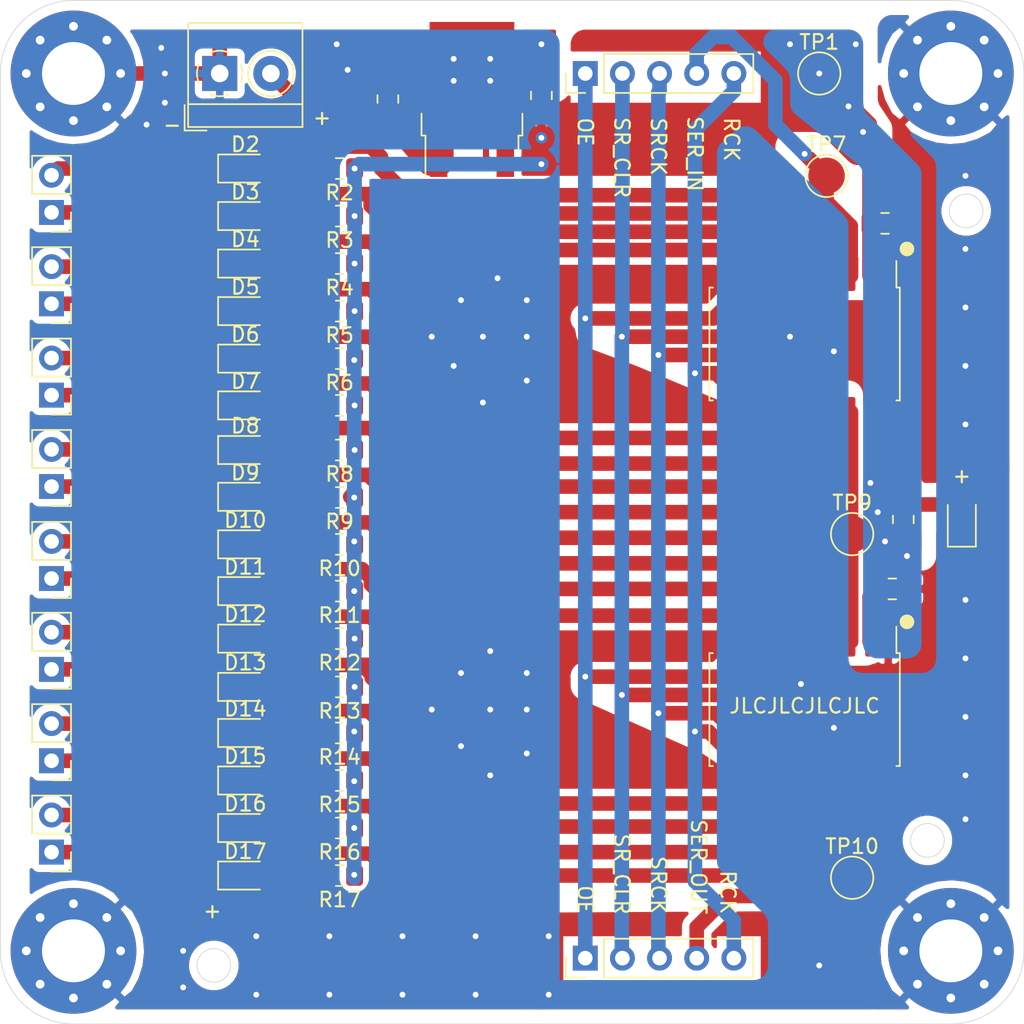
<source format=kicad_pcb>
(kicad_pcb (version 20171130) (host pcbnew "(5.1.4-0-10_14)")
  (layers (0 F.Cu signal) (31 B.Cu signal) (34 B.Paste user) (35 F.Paste user) (36 B.SilkS user) (37 F.SilkS user) (38 B.Mask user) (39 F.Mask user) (44 Edge.Cuts user))
  (net 0 "")
  (net 1 GND)
  (net 2 VCC)
  (net 3 +5V)
  (net 4 "Net-(D1-Pad2)")
  (net 5 "Net-(D2-Pad2)")
  (net 6 "Net-(D2-Pad1)")
  (net 7 "Net-(D3-Pad2)")
  (net 8 "Net-(D3-Pad1)")
  (net 9 "Net-(D4-Pad2)")
  (net 10 "Net-(D4-Pad1)")
  (net 11 "Net-(D5-Pad2)")
  (net 12 "Net-(D5-Pad1)")
  (net 13 "Net-(D6-Pad2)")
  (net 14 "Net-(D6-Pad1)")
  (net 15 "Net-(D7-Pad2)")
  (net 16 "Net-(D7-Pad1)")
  (net 17 "Net-(D8-Pad2)")
  (net 18 "Net-(D8-Pad1)")
  (net 19 "Net-(D9-Pad2)")
  (net 20 "Net-(D9-Pad1)")
  (net 21 "Net-(D10-Pad2)")
  (net 22 "Net-(D10-Pad1)")
  (net 23 "Net-(D11-Pad2)")
  (net 24 "Net-(D11-Pad1)")
  (net 25 "Net-(D12-Pad2)")
  (net 26 "Net-(D12-Pad1)")
  (net 27 "Net-(D13-Pad2)")
  (net 28 "Net-(D13-Pad1)")
  (net 29 "Net-(D14-Pad2)")
  (net 30 "Net-(D14-Pad1)")
  (net 31 "Net-(D15-Pad2)")
  (net 32 "Net-(D15-Pad1)")
  (net 33 "Net-(D16-Pad2)")
  (net 34 "Net-(D16-Pad1)")
  (net 35 "Net-(D17-Pad2)")
  (net 36 "Net-(D17-Pad1)")
  (net 37 RCK)
  (net 38 SER_IN)
  (net 39 SRCK)
  (net 40 SR_CLR)
  (net 41 OE)
  (net 42 SER_OUT)
  (net 43 SER_CHAIN)
  (module Connector_PinHeader_2.54mm:PinHeader_1x05_P2.54mm_Vertical (layer F.Cu) (at 95 115.5 90)
    (fp_text reference J3 hide)
    (fp_text value OUTPUT_01x05)
    (pad 5 thru_hole oval (at 0 10.16 90) (size 1.7 1.7) (drill 1) (layers *.Cu *.Mask) (net 37 RCK))
    (pad 4 thru_hole oval (at 0 7.62 90) (size 1.7 1.7) (drill 1) (layers *.Cu *.Mask) (net 42 SER_OUT))
    (pad 3 thru_hole oval (at 0 5.08 90) (size 1.7 1.7) (drill 1) (layers *.Cu *.Mask) (net 39 SRCK))
    (pad 2 thru_hole oval (at 0 2.54 90) (size 1.7 1.7) (drill 1) (layers *.Cu *.Mask) (net 40 SR_CLR))
    (pad 1 thru_hole rect (at 0 0 90) (size 1.7 1.7) (drill 1) (layers *.Cu *.Mask) (net 41 OE))
  )
  (module MountingHole:MountingHole_4.3mm_M4_Pad_Via (layer F.Cu) (at 120 55)
    (fp_text reference H4 hide)
    (fp_text value MountingHole_Pad)
    (pad 1 thru_hole circle (at 2.280419 -2.280419) (size 0.9 0.9) (drill 0.6) (layers *.Cu *.Mask) (net 1 GND))
    (pad 1 thru_hole circle (at 0 -3.225) (size 0.9 0.9) (drill 0.6) (layers *.Cu *.Mask) (net 1 GND))
    (pad 1 thru_hole circle (at -2.280419 -2.280419) (size 0.9 0.9) (drill 0.6) (layers *.Cu *.Mask) (net 1 GND))
    (pad 1 thru_hole circle (at -3.225 0) (size 0.9 0.9) (drill 0.6) (layers *.Cu *.Mask) (net 1 GND))
    (pad 1 thru_hole circle (at -2.280419 2.280419) (size 0.9 0.9) (drill 0.6) (layers *.Cu *.Mask) (net 1 GND))
    (pad 1 thru_hole circle (at 0 3.225) (size 0.9 0.9) (drill 0.6) (layers *.Cu *.Mask) (net 1 GND))
    (pad 1 thru_hole circle (at 2.280419 2.280419) (size 0.9 0.9) (drill 0.6) (layers *.Cu *.Mask) (net 1 GND))
    (pad 1 thru_hole circle (at 3.225 0) (size 0.9 0.9) (drill 0.6) (layers *.Cu *.Mask) (net 1 GND))
    (pad 1 thru_hole circle (at 0 0) (size 8.6 8.6) (drill 4.3) (layers *.Cu *.Mask) (net 1 GND))
  )
  (module MountingHole:MountingHole_4.3mm_M4_Pad_Via (layer F.Cu) (at 120 115)
    (fp_text reference H3 hide)
    (fp_text value MountingHole_Pad)
    (pad 1 thru_hole circle (at 2.280419 -2.280419) (size 0.9 0.9) (drill 0.6) (layers *.Cu *.Mask) (net 1 GND))
    (pad 1 thru_hole circle (at 0 -3.225) (size 0.9 0.9) (drill 0.6) (layers *.Cu *.Mask) (net 1 GND))
    (pad 1 thru_hole circle (at -2.280419 -2.280419) (size 0.9 0.9) (drill 0.6) (layers *.Cu *.Mask) (net 1 GND))
    (pad 1 thru_hole circle (at -3.225 0) (size 0.9 0.9) (drill 0.6) (layers *.Cu *.Mask) (net 1 GND))
    (pad 1 thru_hole circle (at -2.280419 2.280419) (size 0.9 0.9) (drill 0.6) (layers *.Cu *.Mask) (net 1 GND))
    (pad 1 thru_hole circle (at 0 3.225) (size 0.9 0.9) (drill 0.6) (layers *.Cu *.Mask) (net 1 GND))
    (pad 1 thru_hole circle (at 2.280419 2.280419) (size 0.9 0.9) (drill 0.6) (layers *.Cu *.Mask) (net 1 GND))
    (pad 1 thru_hole circle (at 3.225 0) (size 0.9 0.9) (drill 0.6) (layers *.Cu *.Mask) (net 1 GND))
    (pad 1 thru_hole circle (at 0 0) (size 8.6 8.6) (drill 4.3) (layers *.Cu *.Mask) (net 1 GND))
  )
  (module MountingHole:MountingHole_4.3mm_M4_Pad_Via (layer F.Cu) (at 60 55)
    (fp_text reference H2 hide)
    (fp_text value MountingHole_Pad)
    (pad 1 thru_hole circle (at 2.280419 -2.280419) (size 0.9 0.9) (drill 0.6) (layers *.Cu *.Mask) (net 1 GND))
    (pad 1 thru_hole circle (at 0 -3.225) (size 0.9 0.9) (drill 0.6) (layers *.Cu *.Mask) (net 1 GND))
    (pad 1 thru_hole circle (at -2.280419 -2.280419) (size 0.9 0.9) (drill 0.6) (layers *.Cu *.Mask) (net 1 GND))
    (pad 1 thru_hole circle (at -3.225 0) (size 0.9 0.9) (drill 0.6) (layers *.Cu *.Mask) (net 1 GND))
    (pad 1 thru_hole circle (at -2.280419 2.280419) (size 0.9 0.9) (drill 0.6) (layers *.Cu *.Mask) (net 1 GND))
    (pad 1 thru_hole circle (at 0 3.225) (size 0.9 0.9) (drill 0.6) (layers *.Cu *.Mask) (net 1 GND))
    (pad 1 thru_hole circle (at 2.280419 2.280419) (size 0.9 0.9) (drill 0.6) (layers *.Cu *.Mask) (net 1 GND))
    (pad 1 thru_hole circle (at 3.225 0) (size 0.9 0.9) (drill 0.6) (layers *.Cu *.Mask) (net 1 GND))
    (pad 1 thru_hole circle (at 0 0) (size 8.6 8.6) (drill 4.3) (layers *.Cu *.Mask) (net 1 GND))
  )
  (module MountingHole:MountingHole_4.3mm_M4_Pad_Via (layer F.Cu) (at 60 115)
    (fp_text reference H1 hide)
    (fp_text value MountingHole_Pad)
    (pad 1 thru_hole circle (at 2.280419 -2.280419) (size 0.9 0.9) (drill 0.6) (layers *.Cu *.Mask) (net 1 GND))
    (pad 1 thru_hole circle (at 0 -3.225) (size 0.9 0.9) (drill 0.6) (layers *.Cu *.Mask) (net 1 GND))
    (pad 1 thru_hole circle (at -2.280419 -2.280419) (size 0.9 0.9) (drill 0.6) (layers *.Cu *.Mask) (net 1 GND))
    (pad 1 thru_hole circle (at -3.225 0) (size 0.9 0.9) (drill 0.6) (layers *.Cu *.Mask) (net 1 GND))
    (pad 1 thru_hole circle (at -2.280419 2.280419) (size 0.9 0.9) (drill 0.6) (layers *.Cu *.Mask) (net 1 GND))
    (pad 1 thru_hole circle (at 0 3.225) (size 0.9 0.9) (drill 0.6) (layers *.Cu *.Mask) (net 1 GND))
    (pad 1 thru_hole circle (at 2.280419 2.280419) (size 0.9 0.9) (drill 0.6) (layers *.Cu *.Mask) (net 1 GND))
    (pad 1 thru_hole circle (at 3.225 0) (size 0.9 0.9) (drill 0.6) (layers *.Cu *.Mask) (net 1 GND))
    (pad 1 thru_hole circle (at 0 0) (size 8.6 8.6) (drill 4.3) (layers *.Cu *.Mask) (net 1 GND))
  )
  (module Package_SO:SOIC-20W_7.5x12.8mm_P1.27mm (layer F.Cu) (at 110 73.5 270)
    (fp_text reference U2 hide)
    (fp_text value TPIC6B595N)
    (pad 20 smd roundrect (at 4.65 -5.715 270) (size 2.05 0.6) (layers F.Cu F.Paste F.Mask) (net 1 GND))
    (pad 19 smd roundrect (at 4.65 -4.445 270) (size 2.05 0.6) (layers F.Cu F.Paste F.Mask) (net 1 GND))
    (pad 18 smd roundrect (at 4.65 -3.175 270) (size 2.05 0.6) (layers F.Cu F.Paste F.Mask) (net 43 SER_CHAIN))
    (pad 17 smd roundrect (at 4.65 -1.905 270) (size 2.05 0.6) (layers F.Cu F.Paste F.Mask) (net 20 "Net-(D9-Pad1)"))
    (pad 16 smd roundrect (at 4.65 -0.635 270) (size 2.05 0.6) (layers F.Cu F.Paste F.Mask) (net 18 "Net-(D8-Pad1)"))
    (pad 15 smd roundrect (at 4.65 0.635 270) (size 2.05 0.6) (layers F.Cu F.Paste F.Mask) (net 16 "Net-(D7-Pad1)"))
    (pad 14 smd roundrect (at 4.65 1.905 270) (size 2.05 0.6) (layers F.Cu F.Paste F.Mask) (net 14 "Net-(D6-Pad1)"))
    (pad 13 smd roundrect (at 4.65 3.175 270) (size 2.05 0.6) (layers F.Cu F.Paste F.Mask) (net 39 SRCK))
    (pad 12 smd roundrect (at 4.65 4.445 270) (size 2.05 0.6) (layers F.Cu F.Paste F.Mask) (net 37 RCK))
    (pad 11 smd roundrect (at 4.65 5.715 270) (size 2.05 0.6) (layers F.Cu F.Paste F.Mask) (net 1 GND))
    (pad 10 smd roundrect (at -4.65 5.715 270) (size 2.05 0.6) (layers F.Cu F.Paste F.Mask) (net 1 GND))
    (pad 9 smd roundrect (at -4.65 4.445 270) (size 2.05 0.6) (layers F.Cu F.Paste F.Mask) (net 41 OE))
    (pad 8 smd roundrect (at -4.65 3.175 270) (size 2.05 0.6) (layers F.Cu F.Paste F.Mask) (net 40 SR_CLR))
    (pad 7 smd roundrect (at -4.65 1.905 270) (size 2.05 0.6) (layers F.Cu F.Paste F.Mask) (net 12 "Net-(D5-Pad1)"))
    (pad 6 smd roundrect (at -4.65 0.635 270) (size 2.05 0.6) (layers F.Cu F.Paste F.Mask) (net 10 "Net-(D4-Pad1)"))
    (pad 5 smd roundrect (at -4.65 -0.635 270) (size 2.05 0.6) (layers F.Cu F.Paste F.Mask) (net 8 "Net-(D3-Pad1)"))
    (pad 4 smd roundrect (at -4.65 -1.905 270) (size 2.05 0.6) (layers F.Cu F.Paste F.Mask) (net 6 "Net-(D2-Pad1)"))
    (pad 3 smd roundrect (at -4.65 -3.175 270) (size 2.05 0.6) (layers F.Cu F.Paste F.Mask) (net 38 SER_IN))
    (pad 2 smd roundrect (at -4.65 -4.445 270) (size 2.05 0.6) (layers F.Cu F.Paste F.Mask) (net 3 +5V))
    (pad 1 smd roundrect (at -4.65 -5.715 270) (size 2.05 0.6) (layers F.Cu F.Paste F.Mask) (net 1 GND))
  )
  (module Resistor_SMD:R_0805_2012Metric_Pad1.15x1.40mm_HandSolder (layer F.Cu) (at 78.2 61.5 180)
    (fp_text reference R2 (at 0 -1.65) (layer F.SilkS))
    (fp_text value 4.7k)
    (pad 1 smd roundrect (at -1.025 0 180) (size 1.15 1.4) (layers F.Cu F.Paste F.Mask) (roundrect_rratio 0.217391) (net 3 +5V))
    (pad 2 smd roundrect (at 1.025 0 180) (size 1.15 1.4) (layers F.Cu F.Paste F.Mask) (roundrect_rratio 0.217391) (net 5 "Net-(D2-Pad2)"))
  )
  (module Resistor_SMD:R_0805_2012Metric_Pad1.15x1.40mm_HandSolder (layer F.Cu) (at 78.2 71.25 180)
    (fp_text reference R5 (at 0 -1.65) (layer F.SilkS))
    (fp_text value 4.7k)
    (pad 1 smd roundrect (at -1.025 0 180) (size 1.15 1.4) (layers F.Cu F.Paste F.Mask) (roundrect_rratio 0.217391) (net 3 +5V))
    (pad 2 smd roundrect (at 1.025 0 180) (size 1.15 1.4) (layers F.Cu F.Paste F.Mask) (roundrect_rratio 0.217391) (net 11 "Net-(D5-Pad2)"))
  )
  (module Resistor_SMD:R_0805_2012Metric_Pad1.15x1.40mm_HandSolder (layer F.Cu) (at 78.2 74.5 180)
    (fp_text reference R6 (at 0 -1.65) (layer F.SilkS))
    (fp_text value 4.7k)
    (pad 2 smd roundrect (at 1.025 0 180) (size 1.15 1.4) (layers F.Cu F.Paste F.Mask) (roundrect_rratio 0.217391) (net 13 "Net-(D6-Pad2)"))
    (pad 1 smd roundrect (at -1.025 0 180) (size 1.15 1.4) (layers F.Cu F.Paste F.Mask) (roundrect_rratio 0.217391) (net 3 +5V))
  )
  (module LED_SMD:LED_0805_2012Metric_Pad1.15x1.40mm_HandSolder (layer F.Cu) (at 71.75 74.5)
    (fp_text reference D6 (at 0 -1.65) (layer F.SilkS))
    (fp_text value LED_Small)
    (pad 2 smd roundrect (at 1.025 0) (size 1.15 1.4) (layers F.Cu F.Paste F.Mask) (roundrect_rratio 0.217391) (net 13 "Net-(D6-Pad2)"))
    (pad 1 smd roundrect (at -1.025 0) (size 1.15 1.4) (layers F.Cu F.Paste F.Mask) (roundrect_rratio 0.217391) (net 14 "Net-(D6-Pad1)"))
  )
  (module LED_SMD:LED_0805_2012Metric_Pad1.15x1.40mm_HandSolder (layer F.Cu) (at 71.75 71.25)
    (fp_text reference D5 (at 0 -1.65) (layer F.SilkS))
    (fp_text value LED_Small)
    (pad 1 smd roundrect (at -1.025 0) (size 1.15 1.4) (layers F.Cu F.Paste F.Mask) (roundrect_rratio 0.217391) (net 12 "Net-(D5-Pad1)"))
    (pad 2 smd roundrect (at 1.025 0) (size 1.15 1.4) (layers F.Cu F.Paste F.Mask) (roundrect_rratio 0.217391) (net 11 "Net-(D5-Pad2)"))
  )
  (module LED_SMD:LED_0805_2012Metric_Pad1.15x1.40mm_HandSolder (layer F.Cu) (at 71.75 64.75)
    (fp_text reference D3 (at 0 -1.65) (layer F.SilkS))
    (fp_text value LED_Small)
    (pad 1 smd roundrect (at -1.025 0) (size 1.15 1.4) (layers F.Cu F.Paste F.Mask) (roundrect_rratio 0.217391) (net 8 "Net-(D3-Pad1)"))
    (pad 2 smd roundrect (at 1.025 0) (size 1.15 1.4) (layers F.Cu F.Paste F.Mask) (roundrect_rratio 0.217391) (net 7 "Net-(D3-Pad2)"))
  )
  (module LED_SMD:LED_0805_2012Metric_Pad1.15x1.40mm_HandSolder (layer F.Cu) (at 71.75 77.7)
    (fp_text reference D7 (at 0 -1.65) (layer F.SilkS))
    (fp_text value LED_Small)
    (pad 2 smd roundrect (at 1.025 0) (size 1.15 1.4) (layers F.Cu F.Paste F.Mask) (roundrect_rratio 0.217391) (net 15 "Net-(D7-Pad2)"))
    (pad 1 smd roundrect (at -1.025 0) (size 1.15 1.4) (layers F.Cu F.Paste F.Mask) (roundrect_rratio 0.217391) (net 16 "Net-(D7-Pad1)"))
  )
  (module LED_SMD:LED_0805_2012Metric_Pad1.15x1.40mm_HandSolder (layer F.Cu) (at 71.75 80.75)
    (fp_text reference D8 (at 0 -1.65) (layer F.SilkS))
    (fp_text value LED_Small)
    (pad 2 smd roundrect (at 1.025 0) (size 1.15 1.4) (layers F.Cu F.Paste F.Mask) (roundrect_rratio 0.217391) (net 17 "Net-(D8-Pad2)"))
    (pad 1 smd roundrect (at -1.025 0) (size 1.15 1.4) (layers F.Cu F.Paste F.Mask) (roundrect_rratio 0.217391) (net 18 "Net-(D8-Pad1)"))
  )
  (module LED_SMD:LED_0805_2012Metric_Pad1.15x1.40mm_HandSolder (layer F.Cu) (at 71.75 83.95)
    (fp_text reference D9 (at 0 -1.65) (layer F.SilkS))
    (fp_text value LED_Small)
    (pad 2 smd roundrect (at 1.025 0) (size 1.15 1.4) (layers F.Cu F.Paste F.Mask) (roundrect_rratio 0.217391) (net 19 "Net-(D9-Pad2)"))
    (pad 1 smd roundrect (at -1.025 0) (size 1.15 1.4) (layers F.Cu F.Paste F.Mask) (roundrect_rratio 0.217391) (net 20 "Net-(D9-Pad1)"))
  )
  (module LED_SMD:LED_0805_2012Metric_Pad1.15x1.40mm_HandSolder (layer F.Cu) (at 71.75 90.4)
    (fp_text reference D11 (at 0 -1.65) (layer F.SilkS))
    (fp_text value LED_Small)
    (pad 2 smd roundrect (at 1.025 0) (size 1.15 1.4) (layers F.Cu F.Paste F.Mask) (roundrect_rratio 0.217391) (net 23 "Net-(D11-Pad2)"))
    (pad 1 smd roundrect (at -1.025 0) (size 1.15 1.4) (layers F.Cu F.Paste F.Mask) (roundrect_rratio 0.217391) (net 24 "Net-(D11-Pad1)"))
  )
  (module LED_SMD:LED_0805_2012Metric_Pad1.15x1.40mm_HandSolder (layer F.Cu) (at 71.75 100.1)
    (fp_text reference D14 (at 0 -1.65) (layer F.SilkS))
    (fp_text value LED_Small)
    (pad 2 smd roundrect (at 1.025 0) (size 1.15 1.4) (layers F.Cu F.Paste F.Mask) (roundrect_rratio 0.217391) (net 29 "Net-(D14-Pad2)"))
    (pad 1 smd roundrect (at -1.025 0) (size 1.15 1.4) (layers F.Cu F.Paste F.Mask) (roundrect_rratio 0.217391) (net 30 "Net-(D14-Pad1)"))
  )
  (module Resistor_SMD:R_0805_2012Metric_Pad1.15x1.40mm_HandSolder (layer F.Cu) (at 78.2 64.75 180)
    (fp_text reference R3 (at 0 -1.65) (layer F.SilkS))
    (fp_text value 4.7k)
    (pad 1 smd roundrect (at -1.025 0 180) (size 1.15 1.4) (layers F.Cu F.Paste F.Mask) (roundrect_rratio 0.217391) (net 3 +5V))
    (pad 2 smd roundrect (at 1.025 0 180) (size 1.15 1.4) (layers F.Cu F.Paste F.Mask) (roundrect_rratio 0.217391) (net 7 "Net-(D3-Pad2)"))
  )
  (module Resistor_SMD:R_0805_2012Metric_Pad1.15x1.40mm_HandSolder (layer F.Cu) (at 78.2 77.7 180)
    (fp_text reference R7 hide)
    (fp_text value 4.7k)
    (pad 2 smd roundrect (at 1.025 0 180) (size 1.15 1.4) (layers F.Cu F.Paste F.Mask) (roundrect_rratio 0.217391) (net 15 "Net-(D7-Pad2)"))
    (pad 1 smd roundrect (at -1.025 0 180) (size 1.15 1.4) (layers F.Cu F.Paste F.Mask) (roundrect_rratio 0.217391) (net 3 +5V))
  )
  (module Resistor_SMD:R_0805_2012Metric_Pad1.15x1.40mm_HandSolder (layer F.Cu) (at 78.2 80.75 180)
    (fp_text reference R8 (at 0 -1.65) (layer F.SilkS))
    (fp_text value 4.7k)
    (pad 2 smd roundrect (at 1.025 0 180) (size 1.15 1.4) (layers F.Cu F.Paste F.Mask) (roundrect_rratio 0.217391) (net 17 "Net-(D8-Pad2)"))
    (pad 1 smd roundrect (at -1.025 0 180) (size 1.15 1.4) (layers F.Cu F.Paste F.Mask) (roundrect_rratio 0.217391) (net 3 +5V))
  )
  (module Resistor_SMD:R_0805_2012Metric_Pad1.15x1.40mm_HandSolder (layer F.Cu) (at 78.2 106.6 180)
    (fp_text reference R16 (at 0 -1.65) (layer F.SilkS))
    (fp_text value 4.7k)
    (pad 2 smd roundrect (at 1.025 0 180) (size 1.15 1.4) (layers F.Cu F.Paste F.Mask) (roundrect_rratio 0.217391) (net 33 "Net-(D16-Pad2)"))
    (pad 1 smd roundrect (at -1.025 0 180) (size 1.15 1.4) (layers F.Cu F.Paste F.Mask) (roundrect_rratio 0.217391) (net 3 +5V))
  )
  (module Resistor_SMD:R_0805_2012Metric_Pad1.15x1.40mm_HandSolder (layer F.Cu) (at 78.2 109.85 180)
    (fp_text reference R17 (at 0 -1.65) (layer F.SilkS))
    (fp_text value 4.7k)
    (pad 2 smd roundrect (at 1.025 0 180) (size 1.15 1.4) (layers F.Cu F.Paste F.Mask) (roundrect_rratio 0.217391) (net 35 "Net-(D17-Pad2)"))
    (pad 1 smd roundrect (at -1.025 0 180) (size 1.15 1.4) (layers F.Cu F.Paste F.Mask) (roundrect_rratio 0.217391) (net 3 +5V))
  )
  (module LED_SMD:LED_0805_2012Metric_Pad1.15x1.40mm_HandSolder (layer F.Cu) (at 71.75 61.5)
    (fp_text reference D2 (at 0 -1.65) (layer F.SilkS))
    (fp_text value LED_Small)
    (pad 1 smd roundrect (at -1.025 0) (size 1.15 1.4) (layers F.Cu F.Paste F.Mask) (roundrect_rratio 0.217391) (net 6 "Net-(D2-Pad1)"))
    (pad 2 smd roundrect (at 1.025 0) (size 1.15 1.4) (layers F.Cu F.Paste F.Mask) (roundrect_rratio 0.217391) (net 5 "Net-(D2-Pad2)"))
  )
  (module LED_SMD:LED_0805_2012Metric_Pad1.15x1.40mm_HandSolder (layer F.Cu) (at 71.75 68)
    (fp_text reference D4 (at 0 -1.65) (layer F.SilkS))
    (fp_text value LED_Small)
    (pad 1 smd roundrect (at -1.025 0) (size 1.15 1.4) (layers F.Cu F.Paste F.Mask) (roundrect_rratio 0.217391) (net 10 "Net-(D4-Pad1)"))
    (pad 2 smd roundrect (at 1.025 0) (size 1.15 1.4) (layers F.Cu F.Paste F.Mask) (roundrect_rratio 0.217391) (net 9 "Net-(D4-Pad2)"))
  )
  (module LED_SMD:LED_0805_2012Metric_Pad1.15x1.40mm_HandSolder (layer F.Cu) (at 71.75 87.2)
    (fp_text reference D10 (at 0 -1.65) (layer F.SilkS))
    (fp_text value LED_Small)
    (pad 2 smd roundrect (at 1.025 0) (size 1.15 1.4) (layers F.Cu F.Paste F.Mask) (roundrect_rratio 0.217391) (net 21 "Net-(D10-Pad2)"))
    (pad 1 smd roundrect (at -1.025 0) (size 1.15 1.4) (layers F.Cu F.Paste F.Mask) (roundrect_rratio 0.217391) (net 22 "Net-(D10-Pad1)"))
  )
  (module LED_SMD:LED_0805_2012Metric_Pad1.15x1.40mm_HandSolder (layer F.Cu) (at 71.75 93.65)
    (fp_text reference D12 (at 0 -1.65) (layer F.SilkS))
    (fp_text value LED_Small)
    (pad 2 smd roundrect (at 1.025 0) (size 1.15 1.4) (layers F.Cu F.Paste F.Mask) (roundrect_rratio 0.217391) (net 25 "Net-(D12-Pad2)"))
    (pad 1 smd roundrect (at -1.025 0) (size 1.15 1.4) (layers F.Cu F.Paste F.Mask) (roundrect_rratio 0.217391) (net 26 "Net-(D12-Pad1)"))
  )
  (module LED_SMD:LED_0805_2012Metric_Pad1.15x1.40mm_HandSolder (layer F.Cu) (at 71.75 96.95)
    (fp_text reference D13 (at 0 -1.65) (layer F.SilkS))
    (fp_text value LED_Small)
    (pad 2 smd roundrect (at 1.025 0) (size 1.15 1.4) (layers F.Cu F.Paste F.Mask) (roundrect_rratio 0.217391) (net 27 "Net-(D13-Pad2)"))
    (pad 1 smd roundrect (at -1.025 0) (size 1.15 1.4) (layers F.Cu F.Paste F.Mask) (roundrect_rratio 0.217391) (net 28 "Net-(D13-Pad1)"))
  )
  (module LED_SMD:LED_0805_2012Metric_Pad1.15x1.40mm_HandSolder (layer F.Cu) (at 71.75 103.35)
    (fp_text reference D15 (at 0 -1.65) (layer F.SilkS))
    (fp_text value LED_Small)
    (pad 2 smd roundrect (at 1.025 0) (size 1.15 1.4) (layers F.Cu F.Paste F.Mask) (roundrect_rratio 0.217391) (net 31 "Net-(D15-Pad2)"))
    (pad 1 smd roundrect (at -1.025 0) (size 1.15 1.4) (layers F.Cu F.Paste F.Mask) (roundrect_rratio 0.217391) (net 32 "Net-(D15-Pad1)"))
  )
  (module LED_SMD:LED_0805_2012Metric_Pad1.15x1.40mm_HandSolder (layer F.Cu) (at 71.75 106.6)
    (fp_text reference D16 (at 0 -1.65) (layer F.SilkS))
    (fp_text value LED_Small)
    (pad 2 smd roundrect (at 1.025 0) (size 1.15 1.4) (layers F.Cu F.Paste F.Mask) (roundrect_rratio 0.217391) (net 33 "Net-(D16-Pad2)"))
    (pad 1 smd roundrect (at -1.025 0) (size 1.15 1.4) (layers F.Cu F.Paste F.Mask) (roundrect_rratio 0.217391) (net 34 "Net-(D16-Pad1)"))
  )
  (module LED_SMD:LED_0805_2012Metric_Pad1.15x1.40mm_HandSolder (layer F.Cu) (at 71.75 109.85)
    (fp_text reference D17 (at 0 -1.65) (layer F.SilkS))
    (fp_text value LED_Small)
    (pad 2 smd roundrect (at 1.025 0) (size 1.15 1.4) (layers F.Cu F.Paste F.Mask) (roundrect_rratio 0.217391) (net 35 "Net-(D17-Pad2)"))
    (pad 1 smd roundrect (at -1.025 0) (size 1.15 1.4) (layers F.Cu F.Paste F.Mask) (roundrect_rratio 0.217391) (net 36 "Net-(D17-Pad1)"))
  )
  (module Resistor_SMD:R_0805_2012Metric_Pad1.15x1.40mm_HandSolder (layer F.Cu) (at 78.2 68 180)
    (fp_text reference R4 (at 0 -1.65) (layer F.SilkS))
    (fp_text value 4.7k)
    (pad 1 smd roundrect (at -1.025 0 180) (size 1.15 1.4) (layers F.Cu F.Paste F.Mask) (roundrect_rratio 0.217391) (net 3 +5V))
    (pad 2 smd roundrect (at 1.025 0 180) (size 1.15 1.4) (layers F.Cu F.Paste F.Mask) (roundrect_rratio 0.217391) (net 9 "Net-(D4-Pad2)"))
  )
  (module Resistor_SMD:R_0805_2012Metric_Pad1.15x1.40mm_HandSolder (layer F.Cu) (at 78.2 84 180)
    (fp_text reference R9 (at 0 -1.65) (layer F.SilkS))
    (fp_text value 4.7k)
    (pad 2 smd roundrect (at 1.025 0 180) (size 1.15 1.4) (layers F.Cu F.Paste F.Mask) (roundrect_rratio 0.217391) (net 19 "Net-(D9-Pad2)"))
    (pad 1 smd roundrect (at -1.025 0 180) (size 1.15 1.4) (layers F.Cu F.Paste F.Mask) (roundrect_rratio 0.217391) (net 3 +5V))
  )
  (module Resistor_SMD:R_0805_2012Metric_Pad1.15x1.40mm_HandSolder (layer F.Cu) (at 78.2 87.2 180)
    (fp_text reference R10 (at 0 -1.65) (layer F.SilkS))
    (fp_text value 4.7k)
    (pad 2 smd roundrect (at 1.025 0 180) (size 1.15 1.4) (layers F.Cu F.Paste F.Mask) (roundrect_rratio 0.217391) (net 21 "Net-(D10-Pad2)"))
    (pad 1 smd roundrect (at -1.025 0 180) (size 1.15 1.4) (layers F.Cu F.Paste F.Mask) (roundrect_rratio 0.217391) (net 3 +5V))
  )
  (module Resistor_SMD:R_0805_2012Metric_Pad1.15x1.40mm_HandSolder (layer F.Cu) (at 78.2 90.4 180)
    (fp_text reference R11 (at 0 -1.65) (layer F.SilkS))
    (fp_text value 4.7k)
    (pad 2 smd roundrect (at 1.025 0 180) (size 1.15 1.4) (layers F.Cu F.Paste F.Mask) (roundrect_rratio 0.217391) (net 23 "Net-(D11-Pad2)"))
    (pad 1 smd roundrect (at -1.025 0 180) (size 1.15 1.4) (layers F.Cu F.Paste F.Mask) (roundrect_rratio 0.217391) (net 3 +5V))
  )
  (module Resistor_SMD:R_0805_2012Metric_Pad1.15x1.40mm_HandSolder (layer F.Cu) (at 78.2 93.65 180)
    (fp_text reference R12 (at 0 -1.65) (layer F.SilkS))
    (fp_text value 4.7k)
    (pad 2 smd roundrect (at 1.025 0 180) (size 1.15 1.4) (layers F.Cu F.Paste F.Mask) (roundrect_rratio 0.217391) (net 25 "Net-(D12-Pad2)"))
    (pad 1 smd roundrect (at -1.025 0 180) (size 1.15 1.4) (layers F.Cu F.Paste F.Mask) (roundrect_rratio 0.217391) (net 3 +5V))
  )
  (module Resistor_SMD:R_0805_2012Metric_Pad1.15x1.40mm_HandSolder (layer F.Cu) (at 78.2 96.95 180)
    (fp_text reference R13 (at 0 -1.65) (layer F.SilkS))
    (fp_text value 4.7k)
    (pad 2 smd roundrect (at 1.025 0 180) (size 1.15 1.4) (layers F.Cu F.Paste F.Mask) (roundrect_rratio 0.217391) (net 27 "Net-(D13-Pad2)"))
    (pad 1 smd roundrect (at -1.025 0 180) (size 1.15 1.4) (layers F.Cu F.Paste F.Mask) (roundrect_rratio 0.217391) (net 3 +5V))
  )
  (module Resistor_SMD:R_0805_2012Metric_Pad1.15x1.40mm_HandSolder (layer F.Cu) (at 78.2 100.1 180)
    (fp_text reference R14 (at 0 -1.65) (layer F.SilkS))
    (fp_text value 4.7k)
    (pad 2 smd roundrect (at 1.025 0 180) (size 1.15 1.4) (layers F.Cu F.Paste F.Mask) (roundrect_rratio 0.217391) (net 29 "Net-(D14-Pad2)"))
    (pad 1 smd roundrect (at -1.025 0 180) (size 1.15 1.4) (layers F.Cu F.Paste F.Mask) (roundrect_rratio 0.217391) (net 3 +5V))
  )
  (module Resistor_SMD:R_0805_2012Metric_Pad1.15x1.40mm_HandSolder (layer F.Cu) (at 78.2 103.35 180)
    (fp_text reference R15 (at 0 -1.65) (layer F.SilkS))
    (fp_text value 4.7k)
    (pad 2 smd roundrect (at 1.025 0 180) (size 1.15 1.4) (layers F.Cu F.Paste F.Mask) (roundrect_rratio 0.217391) (net 31 "Net-(D15-Pad2)"))
    (pad 1 smd roundrect (at -1.025 0 180) (size 1.15 1.4) (layers F.Cu F.Paste F.Mask) (roundrect_rratio 0.217391) (net 3 +5V))
  )
  (module Connector_PinHeader_2.54mm:PinHeader_1x02_P2.54mm_Vertical (layer F.Cu) (at 58.5 64.5 180)
    (fp_text reference J4 hide)
    (fp_text value Conn_01x02)
    (pad 1 thru_hole rect (at 0 0 180) (size 1.7 1.7) (drill 1) (layers *.Cu *.Mask) (net 8 "Net-(D3-Pad1)"))
    (pad 2 thru_hole oval (at 0 2.54 180) (size 1.7 1.7) (drill 1) (layers *.Cu *.Mask) (net 6 "Net-(D2-Pad1)"))
  )
  (module Package_SO:SOIC-20W_7.5x12.8mm_P1.27mm (layer F.Cu) (at 110 98.5 270)
    (fp_text reference U3 hide)
    (fp_text value TPIC6B595N)
    (pad 20 smd roundrect (at 4.65 -5.715 270) (size 2.05 0.6) (layers F.Cu F.Paste F.Mask) (net 1 GND))
    (pad 19 smd roundrect (at 4.65 -4.445 270) (size 2.05 0.6) (layers F.Cu F.Paste F.Mask) (net 1 GND))
    (pad 18 smd roundrect (at 4.65 -3.175 270) (size 2.05 0.6) (layers F.Cu F.Paste F.Mask) (net 42 SER_OUT))
    (pad 17 smd roundrect (at 4.65 -1.905 270) (size 2.05 0.6) (layers F.Cu F.Paste F.Mask) (net 36 "Net-(D17-Pad1)"))
    (pad 16 smd roundrect (at 4.65 -0.635 270) (size 2.05 0.6) (layers F.Cu F.Paste F.Mask) (net 34 "Net-(D16-Pad1)"))
    (pad 15 smd roundrect (at 4.65 0.635 270) (size 2.05 0.6) (layers F.Cu F.Paste F.Mask) (net 32 "Net-(D15-Pad1)"))
    (pad 14 smd roundrect (at 4.65 1.905 270) (size 2.05 0.6) (layers F.Cu F.Paste F.Mask) (net 30 "Net-(D14-Pad1)"))
    (pad 13 smd roundrect (at 4.65 3.175 270) (size 2.05 0.6) (layers F.Cu F.Paste F.Mask) (net 39 SRCK))
    (pad 12 smd roundrect (at 4.65 4.445 270) (size 2.05 0.6) (layers F.Cu F.Paste F.Mask) (net 37 RCK))
    (pad 11 smd roundrect (at 4.65 5.715 270) (size 2.05 0.6) (layers F.Cu F.Paste F.Mask) (net 1 GND))
    (pad 10 smd roundrect (at -4.65 5.715 270) (size 2.05 0.6) (layers F.Cu F.Paste F.Mask) (net 1 GND))
    (pad 9 smd roundrect (at -4.65 4.445 270) (size 2.05 0.6) (layers F.Cu F.Paste F.Mask) (net 41 OE))
    (pad 8 smd roundrect (at -4.65 3.175 270) (size 2.05 0.6) (layers F.Cu F.Paste F.Mask) (net 40 SR_CLR))
    (pad 7 smd roundrect (at -4.65 1.905 270) (size 2.05 0.6) (layers F.Cu F.Paste F.Mask) (net 28 "Net-(D13-Pad1)"))
    (pad 6 smd roundrect (at -4.65 0.635 270) (size 2.05 0.6) (layers F.Cu F.Paste F.Mask) (net 26 "Net-(D12-Pad1)"))
    (pad 5 smd roundrect (at -4.65 -0.635 270) (size 2.05 0.6) (layers F.Cu F.Paste F.Mask) (net 24 "Net-(D11-Pad1)"))
    (pad 4 smd roundrect (at -4.65 -1.905 270) (size 2.05 0.6) (layers F.Cu F.Paste F.Mask) (net 22 "Net-(D10-Pad1)"))
    (pad 3 smd roundrect (at -4.65 -3.175 270) (size 2.05 0.6) (layers F.Cu F.Paste F.Mask) (net 43 SER_CHAIN))
    (pad 2 smd roundrect (at -4.65 -4.445 270) (size 2.05 0.6) (layers F.Cu F.Paste F.Mask) (net 3 +5V))
    (pad 1 smd roundrect (at -4.65 -5.715 270) (size 2.05 0.6) (layers F.Cu F.Paste F.Mask) (net 1 GND))
  )
  (module Package_TO_SOT_SMD:TO-252-2 (layer F.Cu) (at 87.25 56.775 90)
    (fp_text reference U1 hide)
    (fp_text value LM78M05_TO252)
    (pad 2 smd rect (at 2.1 0 90) (size 6.4 5.8) (layers F.Cu F.Mask) (net 1 GND))
    (pad 3 smd rect (at -4.2 2.28 90) (size 2.2 1.2) (layers F.Cu F.Paste F.Mask) (net 3 +5V))
    (pad 1 smd rect (at -4.2 -2.28 90) (size 2.2 1.2) (layers F.Cu F.Paste F.Mask) (net 2 VCC))
  )
  (module TestPoint:TestPoint_Pad_D2.5mm (layer F.Cu) (at 113.25 110)
    (fp_text reference TP10 (at 0 -2.148) (layer F.SilkS))
    (fp_text value TestPoint_Probe)
    (pad 1 smd circle (at 0 0) (size 2.5 2.5) (layers F.Cu F.Mask) (net 42 SER_OUT))
  )
  (module TestPoint:TestPoint_Pad_D2.5mm (layer F.Cu) (at 113.25 86.5)
    (fp_text reference TP9 (at 0 -2.148) (layer F.SilkS))
    (fp_text value TestPoint_Probe)
    (pad 1 smd circle (at 0 0) (size 2.5 2.5) (layers F.Cu F.Mask) (net 43 SER_CHAIN))
  )
  (module TestPoint:TestPoint_Pad_D2.5mm (layer F.Cu) (at 111.5 62)
    (fp_text reference TP7 (at 0 -2.148) (layer F.SilkS))
    (fp_text value TestPoint_Probe)
    (pad 1 smd circle (at 0 0) (size 2.5 2.5) (layers F.Cu F.Mask) (net 38 SER_IN))
  )
  (module TestPoint:TestPoint_Pad_D2.5mm (layer F.Cu) (at 111 55)
    (fp_text reference TP1 (at 0 -2.148) (layer F.SilkS))
    (fp_text value TestPoint_Probe)
    (pad 1 smd circle (at 0 0) (size 2.5 2.5) (layers F.Cu F.Mask) (net 3 +5V))
  )
  (module Resistor_SMD:R_0805_2012Metric_Pad1.15x1.40mm_HandSolder (layer F.Cu) (at 116.75 85.5 90)
    (fp_text reference R1 hide)
    (fp_text value 470)
    (pad 2 smd roundrect (at 1.025 0 90) (size 1.15 1.4) (layers F.Cu F.Paste F.Mask) (roundrect_rratio 0.217391) (net 4 "Net-(D1-Pad2)"))
    (pad 1 smd roundrect (at -1.025 0 90) (size 1.15 1.4) (layers F.Cu F.Paste F.Mask) (roundrect_rratio 0.217391) (net 3 +5V))
  )
  (module Connector_PinHeader_2.54mm:PinHeader_1x02_P2.54mm_Vertical (layer F.Cu) (at 58.5 108.25 180)
    (fp_text reference J11 hide)
    (fp_text value Conn_01x02)
    (pad 2 thru_hole oval (at 0 2.54 180) (size 1.7 1.7) (drill 1) (layers *.Cu *.Mask) (net 34 "Net-(D16-Pad1)"))
    (pad 1 thru_hole rect (at 0 0 180) (size 1.7 1.7) (drill 1) (layers *.Cu *.Mask) (net 36 "Net-(D17-Pad1)"))
  )
  (module Connector_PinHeader_2.54mm:PinHeader_1x02_P2.54mm_Vertical (layer F.Cu) (at 58.5 102 180)
    (fp_text reference J10 hide)
    (fp_text value Conn_01x02)
    (pad 2 thru_hole oval (at 0 2.54 180) (size 1.7 1.7) (drill 1) (layers *.Cu *.Mask) (net 30 "Net-(D14-Pad1)"))
    (pad 1 thru_hole rect (at 0 0 180) (size 1.7 1.7) (drill 1) (layers *.Cu *.Mask) (net 32 "Net-(D15-Pad1)"))
  )
  (module Connector_PinHeader_2.54mm:PinHeader_1x02_P2.54mm_Vertical (layer F.Cu) (at 58.5 95.75 180)
    (fp_text reference J9 hide)
    (fp_text value Conn_01x02)
    (pad 2 thru_hole oval (at 0 2.54 180) (size 1.7 1.7) (drill 1) (layers *.Cu *.Mask) (net 26 "Net-(D12-Pad1)"))
    (pad 1 thru_hole rect (at 0 0 180) (size 1.7 1.7) (drill 1) (layers *.Cu *.Mask) (net 28 "Net-(D13-Pad1)"))
  )
  (module Connector_PinHeader_2.54mm:PinHeader_1x02_P2.54mm_Vertical (layer F.Cu) (at 58.5 89.54 180)
    (fp_text reference J8 hide)
    (fp_text value Conn_01x02)
    (pad 2 thru_hole oval (at 0 2.54 180) (size 1.7 1.7) (drill 1) (layers *.Cu *.Mask) (net 22 "Net-(D10-Pad1)"))
    (pad 1 thru_hole rect (at 0 0 180) (size 1.7 1.7) (drill 1) (layers *.Cu *.Mask) (net 24 "Net-(D11-Pad1)"))
  )
  (module Connector_PinHeader_2.54mm:PinHeader_1x02_P2.54mm_Vertical (layer F.Cu) (at 58.5 83.25 180)
    (fp_text reference J7 hide)
    (fp_text value Conn_01x02)
    (pad 2 thru_hole oval (at 0 2.54 180) (size 1.7 1.7) (drill 1) (layers *.Cu *.Mask) (net 18 "Net-(D8-Pad1)"))
    (pad 1 thru_hole rect (at 0 0 180) (size 1.7 1.7) (drill 1) (layers *.Cu *.Mask) (net 20 "Net-(D9-Pad1)"))
  )
  (module Connector_PinHeader_2.54mm:PinHeader_1x02_P2.54mm_Vertical (layer F.Cu) (at 58.5 77 180)
    (fp_text reference J6 hide)
    (fp_text value Conn_01x02)
    (pad 2 thru_hole oval (at 0 2.54 180) (size 1.7 1.7) (drill 1) (layers *.Cu *.Mask) (net 14 "Net-(D6-Pad1)"))
    (pad 1 thru_hole rect (at 0 0 180) (size 1.7 1.7) (drill 1) (layers *.Cu *.Mask) (net 16 "Net-(D7-Pad1)"))
  )
  (module Connector_PinHeader_2.54mm:PinHeader_1x02_P2.54mm_Vertical (layer F.Cu) (at 58.5 70.75 180)
    (fp_text reference J5 hide)
    (fp_text value Conn_01x02)
    (pad 1 thru_hole rect (at 0 0 180) (size 1.7 1.7) (drill 1) (layers *.Cu *.Mask) (net 12 "Net-(D5-Pad1)"))
    (pad 2 thru_hole oval (at 0 2.54 180) (size 1.7 1.7) (drill 1) (layers *.Cu *.Mask) (net 10 "Net-(D4-Pad1)"))
  )
  (module Connector_PinHeader_2.54mm:PinHeader_1x05_P2.54mm_Vertical (layer F.Cu) (at 95 55 90)
    (fp_text reference J2 hide)
    (fp_text value INPUT_01x05)
    (pad 5 thru_hole oval (at 0 10.16 90) (size 1.7 1.7) (drill 1) (layers *.Cu *.Mask) (net 37 RCK))
    (pad 4 thru_hole oval (at 0 7.62 90) (size 1.7 1.7) (drill 1) (layers *.Cu *.Mask) (net 38 SER_IN))
    (pad 3 thru_hole oval (at 0 5.08 90) (size 1.7 1.7) (drill 1) (layers *.Cu *.Mask) (net 39 SRCK))
    (pad 2 thru_hole oval (at 0 2.54 90) (size 1.7 1.7) (drill 1) (layers *.Cu *.Mask) (net 40 SR_CLR))
    (pad 1 thru_hole rect (at 0 0 90) (size 1.7 1.7) (drill 1) (layers *.Cu *.Mask) (net 41 OE))
  )
  (module TerminalBlock_4Ucon:TerminalBlock_4Ucon_1x02_P3.50mm_Horizontal (layer F.Cu) (at 70 55)
    (fp_text reference J1 hide)
    (fp_text value PWR_5V_01x02)
    (pad 2 thru_hole circle (at 3.5 0) (size 2.4 2.4) (drill 1.2) (layers *.Cu *.Mask) (net 2 VCC))
    (pad 1 thru_hole rect (at 0 0) (size 2.4 2.4) (drill 1.2) (layers *.Cu *.Mask) (net 1 GND))
  )
  (module LED_SMD:LED_0805_2012Metric_Pad1.15x1.40mm_HandSolder (layer F.Cu) (at 120.75 85.5 90)
    (fp_text reference D1 hide)
    (fp_text value LED_Small)
    (pad 2 smd roundrect (at 1.025 0 90) (size 1.15 1.4) (layers F.Cu F.Paste F.Mask) (roundrect_rratio 0.217391) (net 4 "Net-(D1-Pad2)"))
    (pad 1 smd roundrect (at -1.025 0 90) (size 1.15 1.4) (layers F.Cu F.Paste F.Mask) (roundrect_rratio 0.217391) (net 1 GND))
  )
  (module Capacitor_SMD:C_0805_2012Metric_Pad1.15x1.40mm_HandSolder (layer F.Cu) (at 116 90.25)
    (fp_text reference C4 hide)
    (fp_text value 100n)
    (pad 2 smd roundrect (at 1.025 0) (size 1.15 1.4) (layers F.Cu F.Paste F.Mask) (roundrect_rratio 0.217391) (net 1 GND))
    (pad 1 smd roundrect (at -1.025 0) (size 1.15 1.4) (layers F.Cu F.Paste F.Mask) (roundrect_rratio 0.217391) (net 3 +5V))
  )
  (module Capacitor_SMD:C_0805_2012Metric_Pad1.15x1.40mm_HandSolder (layer F.Cu) (at 115.5 65.25)
    (fp_text reference C3 hide)
    (fp_text value 100n)
    (pad 2 smd roundrect (at 1.025 0) (size 1.15 1.4) (layers F.Cu F.Paste F.Mask) (roundrect_rratio 0.217391) (net 1 GND))
    (pad 1 smd roundrect (at -1.025 0) (size 1.15 1.4) (layers F.Cu F.Paste F.Mask) (roundrect_rratio 0.217391) (net 3 +5V))
  )
  (module Capacitor_SMD:C_0805_2012Metric_Pad1.15x1.40mm_HandSolder (layer F.Cu) (at 92 56.5 90)
    (fp_text reference C2 hide)
    (fp_text value 100n)
    (pad 2 smd roundrect (at 1.025 0 90) (size 1.15 1.4) (layers F.Cu F.Paste F.Mask) (roundrect_rratio 0.217391) (net 1 GND))
    (pad 1 smd roundrect (at -1.025 0 90) (size 1.15 1.4) (layers F.Cu F.Paste F.Mask) (roundrect_rratio 0.217391) (net 3 +5V))
  )
  (module Capacitor_SMD:C_0805_2012Metric_Pad1.15x1.40mm_HandSolder (layer F.Cu) (at 81.5 56.75 90)
    (fp_text reference C1 hide)
    (fp_text value 330n)
    (pad 2 smd roundrect (at 1.025 0 90) (size 1.15 1.4) (layers F.Cu F.Paste F.Mask) (roundrect_rratio 0.217391) (net 1 GND))
    (pad 1 smd roundrect (at -1.025 0 90) (size 1.15 1.4) (layers F.Cu F.Paste F.Mask) (roundrect_rratio 0.217391) (net 2 VCC))
  )
  (gr_circle (center 118.4 107.448) (end 119.552 107.448) (layer Edge.Cuts) (width 0.05))
  (gr_circle (center 121.048 64.4) (end 122.2 64.4) (layer Edge.Cuts) (width 0.05))
  (gr_circle (center 69.6 116) (end 70.752 116) (layer Edge.Cuts) (width 0.05))
  (gr_text + (at 120.75 82.5) (layer F.SilkS) (effects (font (size 1 1))))
  (gr_text RCK (at 104.75 111 270) (layer F.SilkS) (effects (font (size 1 1))))
  (gr_text OE (at 95 111.5 270) (layer F.SilkS) (effects (font (size 1 1))))
  (gr_text SER_OUT (at 102.75 109.25 270) (layer F.SilkS) (effects (font (size 1 1))))
  (gr_text SRCK (at 100 110.5 270) (layer F.SilkS) (effects (font (size 1 1))))
  (gr_text SR_CLR (at 97.5 109.75 270) (layer F.SilkS) (effects (font (size 1 1))))
  (gr_text RCK (at 105 59.5 270) (layer F.SilkS) (effects (font (size 1 1))))
  (gr_text SER_IN (at 102.5 60.5 270) (layer F.SilkS) (effects (font (size 1 1))))
  (gr_text SRCK (at 100 60 270) (layer F.SilkS) (effects (font (size 1 1))))
  (gr_text SR_CLR (at 97.5 60.75 270) (layer F.SilkS) (effects (font (size 1 1))))
  (gr_text OE (at 95 59 270) (layer F.SilkS) (effects (font (size 1 1))))
  (gr_text JLCJLCJLCJLC (at 110 98.25) (layer F.SilkS) (effects (font (size 1 1))))
  (gr_text + (at 69.5 112.25) (layer F.SilkS) (effects (font (size 1 1))))
  (gr_circle (center 117 92.5) (end 117.25 92.5) (layer F.SilkS) (width 0.5))
  (gr_circle (center 117 67) (end 117.25 67) (layer F.SilkS) (width 0.5))
  (gr_text "+\n" (at 77 58) (layer F.SilkS) (effects (font (size 1 1))))
  (gr_text - (at 66.75 58.5) (layer F.SilkS) (effects (font (size 1 1))))
  (gr_line (start 120 120) (end 60 120) (layer Edge.Cuts) (width 0.05))
  (gr_line (start 125 55) (end 125 115) (layer Edge.Cuts) (width 0.05))
  (gr_line (start 60 50) (end 120 50) (layer Edge.Cuts) (width 0.05))
  (gr_line (start 55 115) (end 55 55) (layer Edge.Cuts) (width 0.05))
  (gr_arc (start 60 115) (end 55 115) (angle -90) (layer Edge.Cuts) (width 0.05))
  (gr_arc (start 120 115) (end 120 120) (angle -90) (layer Edge.Cuts) (width 0.05))
  (gr_arc (start 120 55) (end 125 55) (angle -90) (layer Edge.Cuts) (width 0.05))
  (gr_arc (start 60 55) (end 60 50) (angle -90) (layer Edge.Cuts) (width 0.05))
  (via (at 86 55.5) (size 0.8) (drill 0.4) (layers F.Cu B.Cu) (net 1))
  (via (at 88.5 55.5) (size 0.8) (drill 0.4) (layers F.Cu B.Cu) (net 1))
  (via (at 88.5 54) (size 0.8) (drill 0.4) (layers F.Cu B.Cu) (net 1))
  (via (at 86 54) (size 0.8) (drill 0.4) (layers F.Cu B.Cu) (net 1))
  (segment (start 70 52.8) (end 70.3 52.5) (width 1) (layer F.Cu) (net 1))
  (segment (start 78.232234 52.5) (end 80 52.5) (width 1) (layer F.Cu) (net 1))
  (segment (start 70.3 52.5) (end 76.5 52.5) (width 1) (layer F.Cu) (net 1))
  (segment (start 70 55) (end 70 52.8) (width 1) (layer F.Cu) (net 1))
  (segment (start 80 52.5) (end 82.5 52.5) (width 1) (layer F.Cu) (net 1))
  (segment (start 92 55.475) (end 88.575 55.475) (width 1) (layer F.Cu) (net 1))
  (segment (start 70 55) (end 60 55) (width 1) (layer F.Cu) (net 1))
  (via (at 78 53) (size 0.8) (drill 0.4) (layers F.Cu B.Cu) (net 1))
  (via (at 66 53.25) (size 0.8) (drill 0.4) (layers F.Cu B.Cu) (net 1))
  (via (at 92 53) (size 0.8) (drill 0.4) (layers F.Cu B.Cu) (net 1))
  (via (at 65 58.5) (size 0.8) (drill 0.4) (layers F.Cu B.Cu) (net 1))
  (via (at 66.25 55) (size 0.8) (drill 0.4) (layers F.Cu B.Cu) (net 1))
  (via (at 66.25 57) (size 0.8) (drill 0.4) (layers F.Cu B.Cu) (net 1))
  (via (at 88.5 103) (size 0.8) (drill 0.4) (layers F.Cu B.Cu) (net 1))
  (via (at 86.5 101) (size 0.8) (drill 0.4) (layers F.Cu B.Cu) (net 1))
  (via (at 84.5 98.5) (size 0.8) (drill 0.4) (layers F.Cu B.Cu) (net 1))
  (via (at 86.5 96) (size 0.8) (drill 0.4) (layers F.Cu B.Cu) (net 1))
  (via (at 88.5 94.5) (size 0.8) (drill 0.4) (layers F.Cu B.Cu) (net 1))
  (via (at 88.5 98.5) (size 0.8) (drill 0.4) (layers F.Cu B.Cu) (net 1))
  (via (at 91 98.5) (size 0.8) (drill 0.4) (layers F.Cu B.Cu) (net 1))
  (via (at 91 96) (size 0.8) (drill 0.4) (layers F.Cu B.Cu) (net 1))
  (via (at 91 101.5) (size 0.8) (drill 0.4) (layers F.Cu B.Cu) (net 1))
  (via (at 84.5 73) (size 0.8) (drill 0.4) (layers F.Cu B.Cu) (net 1))
  (via (at 86 75) (size 0.8) (drill 0.4) (layers F.Cu B.Cu) (net 1))
  (via (at 88 77.5) (size 0.8) (drill 0.4) (layers F.Cu B.Cu) (net 1))
  (via (at 86.5 70.5) (size 0.8) (drill 0.4) (layers F.Cu B.Cu) (net 1))
  (via (at 89 69) (size 0.8) (drill 0.4) (layers F.Cu B.Cu) (net 1))
  (via (at 88 73) (size 0.8) (drill 0.4) (layers F.Cu B.Cu) (net 1))
  (via (at 91 73) (size 0.8) (drill 0.4) (layers F.Cu B.Cu) (net 1))
  (via (at 91 70.5) (size 0.8) (drill 0.4) (layers F.Cu B.Cu) (net 1))
  (via (at 91 76) (size 0.8) (drill 0.4) (layers F.Cu B.Cu) (net 1))
  (via (at 67.5 117.5) (size 0.8) (drill 0.4) (layers F.Cu B.Cu) (net 1))
  (via (at 72.5 118) (size 0.8) (drill 0.4) (layers F.Cu B.Cu) (net 1))
  (via (at 77.5 118) (size 0.8) (drill 0.4) (layers F.Cu B.Cu) (net 1))
  (via (at 82.5 118) (size 0.8) (drill 0.4) (layers F.Cu B.Cu) (net 1))
  (via (at 87.5 118) (size 0.8) (drill 0.4) (layers F.Cu B.Cu) (net 1))
  (via (at 92.5 118) (size 0.8) (drill 0.4) (layers F.Cu B.Cu) (net 1))
  (via (at 92.5 114) (size 0.8) (drill 0.4) (layers F.Cu B.Cu) (net 1))
  (via (at 87.5 114) (size 0.8) (drill 0.4) (layers F.Cu B.Cu) (net 1))
  (via (at 82.5 114) (size 0.8) (drill 0.4) (layers F.Cu B.Cu) (net 1))
  (via (at 77.5 114) (size 0.8) (drill 0.4) (layers F.Cu B.Cu) (net 1))
  (via (at 72.5 114) (size 0.8) (drill 0.4) (layers F.Cu B.Cu) (net 1))
  (via (at 67.5 115) (size 0.8) (drill 0.4) (layers F.Cu B.Cu) (net 1))
  (segment (start 82.5 52.5) (end 85.6 52.5) (width 1) (layer F.Cu) (net 1))
  (segment (start 76.5 52.5) (end 78.232234 52.5) (width 1) (layer F.Cu) (net 1))
  (via (at 121 62) (size 0.8) (drill 0.4) (layers F.Cu B.Cu) (net 1))
  (via (at 121 67) (size 0.8) (drill 0.4) (layers F.Cu B.Cu) (net 1))
  (via (at 121 71) (size 0.8) (drill 0.4) (layers F.Cu B.Cu) (net 1))
  (via (at 121 75) (size 0.8) (drill 0.4) (layers F.Cu B.Cu) (net 1))
  (via (at 121 79) (size 0.8) (drill 0.4) (layers F.Cu B.Cu) (net 1))
  (via (at 121 91) (size 0.8) (drill 0.4) (layers F.Cu B.Cu) (net 1))
  (via (at 121 95) (size 0.8) (drill 0.4) (layers F.Cu B.Cu) (net 1))
  (via (at 121 99) (size 0.8) (drill 0.4) (layers F.Cu B.Cu) (net 1))
  (via (at 121 103) (size 0.8) (drill 0.4) (layers F.Cu B.Cu) (net 1))
  (via (at 121 106) (size 0.8) (drill 0.4) (layers F.Cu B.Cu) (net 1))
  (via (at 111 116) (size 0.8) (drill 0.4) (layers F.Cu B.Cu) (net 1))
  (via (at 109.75 96.75) (size 0.8) (drill 0.4) (layers F.Cu B.Cu) (net 1))
  (via (at 112 99.75) (size 0.8) (drill 0.4) (layers F.Cu B.Cu) (net 1))
  (via (at 109 73) (size 0.8) (drill 0.4) (layers F.Cu B.Cu) (net 1))
  (via (at 112 74) (size 0.8) (drill 0.4) (layers F.Cu B.Cu) (net 1))
  (via (at 78.75 54.75) (size 0.8) (drill 0.4) (layers F.Cu B.Cu) (net 1))
  (segment (start 84.97 60.45) (end 84.175 60.45) (width 1) (layer F.Cu) (net 2))
  (segment (start 73.5 55) (end 74.699999 56.199999) (width 1) (layer F.Cu) (net 2))
  (segment (start 114.445 90.78) (end 114.445 93.85) (width 1) (layer F.Cu) (net 3))
  (segment (start 114.975 90.25) (end 114.445 90.78) (width 1) (layer F.Cu) (net 3))
  (segment (start 114.445 68.85) (end 114.445 60.055) (width 1) (layer F.Cu) (net 3))
  (segment (start 92 57.525) (end 92 57.98) (width 1) (layer F.Cu) (net 3))
  (segment (start 114.445 58.445) (end 114.445 68.85) (width 1) (layer F.Cu) (net 3))
  (segment (start 111 55) (end 113.25 57.25) (width 1) (layer F.Cu) (net 3))
  (via (at 111 55) (size 0.8) (drill 0.4) (layers F.Cu B.Cu) (net 3))
  (via (at 113 57.25) (size 0.8) (drill 0.4) (layers F.Cu B.Cu) (net 3))
  (via (at 114 59) (size 0.8) (drill 0.4) (layers F.Cu B.Cu) (net 3))
  (via (at 113.5 53) (size 0.8) (drill 0.4) (layers F.Cu B.Cu) (net 3))
  (via (at 109 53) (size 0.8) (drill 0.4) (layers F.Cu B.Cu) (net 3))
  (via (at 114.5 83) (size 0.8) (drill 0.4) (layers F.Cu B.Cu) (net 3))
  (via (at 115 85) (size 0.8) (drill 0.4) (layers F.Cu B.Cu) (net 3))
  (segment (start 114.5 84.5) (end 115 85) (width 1) (layer F.Cu) (net 3))
  (segment (start 114.5 83) (end 114.5 84.5) (width 1) (layer F.Cu) (net 3))
  (segment (start 116.525 86.525) (end 116.75 86.525) (width 1) (layer F.Cu) (net 3))
  (segment (start 115 85) (end 116.525 86.525) (width 1) (layer F.Cu) (net 3))
  (via (at 117 88) (size 0.8) (drill 0.4) (layers F.Cu B.Cu) (net 3))
  (segment (start 114.975 90.025) (end 114.975 90.25) (width 1) (layer F.Cu) (net 3))
  (via (at 115.5 87) (size 0.8) (drill 0.4) (layers F.Cu B.Cu) (net 3))
  (segment (start 113.25 57.25) (end 114.445 58.445) (width 1) (layer F.Cu) (net 3))
  (segment (start 116.75 84.475) (end 120.75 84.475) (width 1) (layer F.Cu) (net 4))
  (segment (start 80.32499 59.99999) (end 81.025 60.7) (width 1) (layer F.Cu) (net 6))
  (segment (start 71.42501 59.99999) (end 80.32499 59.99999) (width 1) (layer F.Cu) (net 6))
  (segment (start 70.725 60.7) (end 71.42501 59.99999) (width 1) (layer F.Cu) (net 6))
  (segment (start 81.025 60.7) (end 81.025 61.5) (width 1) (layer F.Cu) (net 6))
  (segment (start 70.725 61.5) (end 70.725 60.7) (width 1) (layer F.Cu) (net 6))
  (segment (start 58.96 61.5) (end 58.5 61.96) (width 1) (layer F.Cu) (net 6))
  (segment (start 70.725 61.5) (end 58.96 61.5) (width 1) (layer F.Cu) (net 6))
  (segment (start 81.025 61.5) (end 82.57496 63.04996) (width 1) (layer F.Cu) (net 6))
  (segment (start 82.57496 63.07496) (end 82.82496 63.32496) (width 1) (layer F.Cu) (net 6))
  (segment (start 82.57496 63.04996) (end 82.57496 63.07496) (width 1) (layer F.Cu) (net 6))
  (segment (start 111.89998 68.84498) (end 111.905 68.85) (width 1) (layer F.Cu) (net 6))
  (segment (start 111.89998 66.226637) (end 111.89998 68.84498) (width 1) (layer F.Cu) (net 6))
  (segment (start 108.998303 63.32496) (end 111.89998 66.226637) (width 1) (layer F.Cu) (net 6))
  (segment (start 82.82496 63.32496) (end 108.998303 63.32496) (width 1) (layer F.Cu) (net 6))
  (segment (start 72.015068 63.24999) (end 79.734932 63.24999) (width 1) (layer F.Cu) (net 8))
  (segment (start 71.348372 63.916686) (end 72.015068 63.24999) (width 1) (layer F.Cu) (net 8))
  (segment (start 71.348372 64.126628) (end 71.348372 63.916686) (width 1) (layer F.Cu) (net 8))
  (segment (start 70.725 64.75) (end 71.348372 64.126628) (width 1) (layer F.Cu) (net 8))
  (segment (start 70.475 64.5) (end 70.725 64.75) (width 1) (layer F.Cu) (net 8))
  (segment (start 58.5 64.5) (end 70.475 64.5) (width 1) (layer F.Cu) (net 8))
  (segment (start 110.635 67.725) (end 110.635 68.85) (width 1) (layer F.Cu) (net 8))
  (segment (start 108.480532 64.57497) (end 110.635 66.729438) (width 1) (layer F.Cu) (net 8))
  (segment (start 82.682249 64.57497) (end 108.480532 64.57497) (width 1) (layer F.Cu) (net 8))
  (segment (start 82.507219 64.75) (end 82.682249 64.57497) (width 1) (layer F.Cu) (net 8))
  (segment (start 81.025 64.75) (end 82.507219 64.75) (width 1) (layer F.Cu) (net 8))
  (segment (start 81.825 64.75) (end 82.507219 64.75) (width 1) (layer F.Cu) (net 8))
  (segment (start 80.32499 63.24999) (end 81.825 64.75) (width 1) (layer F.Cu) (net 8))
  (segment (start 80.32499 64.04999) (end 81.025 64.75) (width 1) (layer F.Cu) (net 8))
  (segment (start 80.32499 63.24999) (end 80.32499 64.04999) (width 1) (layer F.Cu) (net 8))
  (segment (start 110.635 66.729438) (end 110.635 67.725) (width 1) (layer F.Cu) (net 8))
  (segment (start 79.734932 63.24999) (end 80.32499 63.24999) (width 1) (layer F.Cu) (net 8))
  (segment (start 80.32499 66.49999) (end 81.025 67.2) (width 1) (layer F.Cu) (net 10))
  (segment (start 72.015068 66.49999) (end 80.32499 66.49999) (width 1) (layer F.Cu) (net 10))
  (segment (start 81.025 67.2) (end 81.025 68) (width 1) (layer F.Cu) (net 10))
  (segment (start 71.348372 67.376628) (end 71.348372 67.166686) (width 1) (layer F.Cu) (net 10))
  (segment (start 71.348372 67.166686) (end 72.015068 66.49999) (width 1) (layer F.Cu) (net 10))
  (segment (start 70.725 68) (end 71.348372 67.376628) (width 1) (layer F.Cu) (net 10))
  (segment (start 70.515 68.21) (end 70.725 68) (width 1) (layer F.Cu) (net 10))
  (segment (start 58.5 68.21) (end 70.515 68.21) (width 1) (layer F.Cu) (net 10))
  (segment (start 109.365 67.227219) (end 109.365 67.725) (width 1) (layer F.Cu) (net 10))
  (segment (start 83.20002 65.82498) (end 107.962761 65.82498) (width 1) (layer F.Cu) (net 10))
  (segment (start 107.962761 65.82498) (end 109.365 67.227219) (width 1) (layer F.Cu) (net 10))
  (segment (start 81.025 68) (end 83.20002 65.82498) (width 1) (layer F.Cu) (net 10))
  (segment (start 82.52501 66.49999) (end 83.20002 65.82498) (width 1) (layer F.Cu) (net 10))
  (segment (start 80.32499 66.49999) (end 82.52501 66.49999) (width 1) (layer F.Cu) (net 10))
  (segment (start 109.365 67.725) (end 109.365 68.85) (width 1) (layer F.Cu) (net 10))
  (segment (start 81.025 70.45) (end 81.025 71.25) (width 1) (layer F.Cu) (net 12))
  (segment (start 72.015068 69.74999) (end 80.32499 69.74999) (width 1) (layer F.Cu) (net 12))
  (segment (start 80.32499 69.74999) (end 81.025 70.45) (width 1) (layer F.Cu) (net 12))
  (segment (start 71.348372 70.416686) (end 72.015068 69.74999) (width 1) (layer F.Cu) (net 12))
  (segment (start 71.348372 70.626628) (end 71.348372 70.416686) (width 1) (layer F.Cu) (net 12))
  (segment (start 70.725 71.25) (end 71.348372 70.626628) (width 1) (layer F.Cu) (net 12))
  (segment (start 70.225 70.75) (end 70.725 71.25) (width 1) (layer F.Cu) (net 12))
  (segment (start 58.5 70.75) (end 70.225 70.75) (width 1) (layer F.Cu) (net 12))
  (segment (start 85.20001 67.07499) (end 81.025 71.25) (width 1) (layer F.Cu) (net 12))
  (segment (start 107.44499 67.07499) (end 85.20001 67.07499) (width 1) (layer F.Cu) (net 12))
  (segment (start 108.095 67.725) (end 107.44499 67.07499) (width 1) (layer F.Cu) (net 12))
  (segment (start 108.095 68.85) (end 108.095 67.725) (width 1) (layer F.Cu) (net 12))
  (segment (start 82.52501 69.74999) (end 85.20001 67.07499) (width 1) (layer F.Cu) (net 12))
  (segment (start 80.32499 69.74999) (end 82.52501 69.74999) (width 1) (layer F.Cu) (net 12))
  (segment (start 81.025 73.7) (end 81.025 74.5) (width 1) (layer F.Cu) (net 14))
  (segment (start 80.32499 72.99999) (end 81.025 73.7) (width 1) (layer F.Cu) (net 14))
  (segment (start 72.015068 72.99999) (end 80.32499 72.99999) (width 1) (layer F.Cu) (net 14))
  (segment (start 71.348372 73.666686) (end 72.015068 72.99999) (width 1) (layer F.Cu) (net 14))
  (segment (start 71.348372 73.876628) (end 71.348372 73.666686) (width 1) (layer F.Cu) (net 14))
  (segment (start 70.725 74.5) (end 71.348372 73.876628) (width 1) (layer F.Cu) (net 14))
  (segment (start 70.685 74.46) (end 70.725 74.5) (width 1) (layer F.Cu) (net 14))
  (segment (start 58.5 74.46) (end 70.685 74.46) (width 1) (layer F.Cu) (net 14))
  (segment (start 108.095 79.275) (end 108.095 78.15) (width 1) (layer F.Cu) (net 14))
  (segment (start 107.44499 79.92501) (end 108.095 79.275) (width 1) (layer F.Cu) (net 14))
  (segment (start 86.45001 79.92501) (end 107.44499 79.92501) (width 1) (layer F.Cu) (net 14))
  (segment (start 81.025 74.5) (end 86.45001 79.92501) (width 1) (layer F.Cu) (net 14))
  (segment (start 81.025 76.9) (end 81.025 77.7) (width 1) (layer F.Cu) (net 16))
  (segment (start 80.32499 76.19999) (end 81.025 76.9) (width 1) (layer F.Cu) (net 16))
  (segment (start 71.348372 76.866686) (end 72.015068 76.19999) (width 1) (layer F.Cu) (net 16))
  (segment (start 72.015068 76.19999) (end 80.32499 76.19999) (width 1) (layer F.Cu) (net 16))
  (segment (start 71.348372 77.076628) (end 71.348372 76.866686) (width 1) (layer F.Cu) (net 16))
  (segment (start 70.725 77.7) (end 71.348372 77.076628) (width 1) (layer F.Cu) (net 16))
  (segment (start 70.025 77) (end 70.725 77.7) (width 1) (layer F.Cu) (net 16))
  (segment (start 58.5 77) (end 70.025 77) (width 1) (layer F.Cu) (net 16))
  (segment (start 108.07498 81.67502) (end 109.38499 80.36501) (width 1) (layer F.Cu) (net 16))
  (segment (start 85.00002 81.67502) (end 108.07498 81.67502) (width 1) (layer F.Cu) (net 16))
  (segment (start 81.025 77.7) (end 85.00002 81.67502) (width 1) (layer F.Cu) (net 16))
  (segment (start 109.38499 79.13499) (end 109.38499 80.36501) (width 1) (layer F.Cu) (net 16))
  (segment (start 109.365 79.115) (end 109.38499 79.13499) (width 1) (layer F.Cu) (net 16))
  (segment (start 109.365 78.15) (end 109.365 79.115) (width 1) (layer F.Cu) (net 16))
  (segment (start 80.32499 79.24999) (end 81.025 79.95) (width 1) (layer F.Cu) (net 18))
  (segment (start 81.025 79.95) (end 81.025 80.75) (width 1) (layer F.Cu) (net 18))
  (segment (start 71.42501 79.24999) (end 80.32499 79.24999) (width 1) (layer F.Cu) (net 18))
  (segment (start 70.725 79.95) (end 71.42501 79.24999) (width 1) (layer F.Cu) (net 18))
  (segment (start 70.725 80.75) (end 70.725 79.95) (width 1) (layer F.Cu) (net 18))
  (segment (start 70.685 80.71) (end 70.725 80.75) (width 1) (layer F.Cu) (net 18))
  (segment (start 58.5 80.71) (end 70.685 80.71) (width 1) (layer F.Cu) (net 18))
  (segment (start 84.2 83.25) (end 81.7 80.75) (width 1) (layer F.Cu) (net 18))
  (segment (start 109.5 83.25) (end 84.2 83.25) (width 1) (layer F.Cu) (net 18))
  (segment (start 81.7 80.75) (end 81.025 80.75) (width 1) (layer F.Cu) (net 18))
  (segment (start 110.635 82.115) (end 109.5 83.25) (width 1) (layer F.Cu) (net 18))
  (segment (start 110.635 78.15) (end 110.635 82.115) (width 1) (layer F.Cu) (net 18))
  (segment (start 80.27499 82.44999) (end 81.025 83.2) (width 1) (layer F.Cu) (net 20))
  (segment (start 72.015068 82.44999) (end 80.27499 82.44999) (width 1) (layer F.Cu) (net 20))
  (segment (start 71.348372 83.116686) (end 72.015068 82.44999) (width 1) (layer F.Cu) (net 20))
  (segment (start 71.348372 83.326628) (end 71.348372 83.116686) (width 1) (layer F.Cu) (net 20))
  (segment (start 81.025 83.2) (end 81.025 84) (width 1) (layer F.Cu) (net 20))
  (segment (start 70.725 83.95) (end 71.348372 83.326628) (width 1) (layer F.Cu) (net 20))
  (segment (start 70.025 83.25) (end 70.725 83.95) (width 1) (layer F.Cu) (net 20))
  (segment (start 58.5 83.25) (end 70.025 83.25) (width 1) (layer F.Cu) (net 20))
  (segment (start 81.7 84) (end 82.7 85) (width 1) (layer F.Cu) (net 20))
  (segment (start 110.5 85) (end 111.905 83.595) (width 1) (layer F.Cu) (net 20))
  (segment (start 82.7 85) (end 110.5 85) (width 1) (layer F.Cu) (net 20))
  (segment (start 81.025 84) (end 81.7 84) (width 1) (layer F.Cu) (net 20))
  (segment (start 111.905 78.15) (end 111.905 83.595) (width 1) (layer F.Cu) (net 20))
  (segment (start 80.27499 82.57499) (end 82.7 85) (width 1) (layer F.Cu) (net 20))
  (segment (start 80.27499 82.44999) (end 80.27499 82.57499) (width 1) (layer F.Cu) (net 20))
  (segment (start 78.925 83.95) (end 78.975 84) (width 1) (layer F.Cu) (net 3))
  (via (at 92 61.2) (size 0.8) (drill 0.4) (layers F.Cu B.Cu) (net 3))
  (via (at 92 59.4) (size 0.8) (drill 0.4) (layers F.Cu B.Cu) (net 3))
  (segment (start 79.6 61.2) (end 79.6 61.2) (width 1) (layer B.Cu) (net 3))
  (via (at 79.225 61.5) (size 0.8) (drill 0.4) (layers F.Cu B.Cu) (net 3))
  (segment (start 79.525 61.2) (end 79.225 61.5) (width 1) (layer B.Cu) (net 3))
  (segment (start 92 61.2) (end 79.525 61.2) (width 1) (layer B.Cu) (net 3))
  (segment (start 79.225 61.5) (end 79.225 71.225) (width 1) (layer B.Cu) (net 3))
  (segment (start 79.225 71.225) (end 79.2 71.25) (width 1) (layer B.Cu) (net 3))
  (segment (start 79.2 100.4) (end 79.2 103.4) (width 1) (layer B.Cu) (net 3))
  (via (at 79.225 64.75) (size 0.8) (drill 0.4) (layers F.Cu B.Cu) (net 3))
  (via (at 79.225 68) (size 0.8) (drill 0.4) (layers F.Cu B.Cu) (net 3))
  (via (at 79.225 71.25) (size 0.8) (drill 0.4) (layers F.Cu B.Cu) (net 3))
  (via (at 79.2 74.6) (size 0.8) (drill 0.4) (layers F.Cu B.Cu) (net 3))
  (segment (start 79.2 71.25) (end 79.2 74.6) (width 1) (layer B.Cu) (net 3))
  (segment (start 79.2 74.6) (end 79.2 84) (width 1) (layer B.Cu) (net 3))
  (via (at 79.225 77.7) (size 0.8) (drill 0.4) (layers F.Cu B.Cu) (net 3))
  (via (at 79.225 80.75) (size 0.8) (drill 0.4) (layers F.Cu B.Cu) (net 3))
  (via (at 79.2 84) (size 0.8) (drill 0.4) (layers F.Cu B.Cu) (net 3))
  (via (at 79.2 87) (size 0.8) (drill 0.4) (layers F.Cu B.Cu) (net 3))
  (segment (start 79.2 84) (end 79.2 87) (width 1) (layer B.Cu) (net 3))
  (via (at 79.2 90.4) (size 0.8) (drill 0.4) (layers F.Cu B.Cu) (net 3))
  (segment (start 79.2 87) (end 79.2 90.4) (width 1) (layer B.Cu) (net 3))
  (segment (start 79.2 90.4) (end 79.2 100) (width 1) (layer B.Cu) (net 3))
  (via (at 79.225 93.65) (size 0.8) (drill 0.4) (layers F.Cu B.Cu) (net 3))
  (via (at 79.225 96.95) (size 0.8) (drill 0.4) (layers F.Cu B.Cu) (net 3))
  (segment (start 79.2 100) (end 79.2 100.4) (width 1) (layer B.Cu) (net 3))
  (via (at 79.2 100) (size 0.8) (drill 0.4) (layers F.Cu B.Cu) (net 3))
  (segment (start 79.2 103.4) (end 79.2 106.6) (width 1) (layer B.Cu) (net 3))
  (via (at 79.2 103.4) (size 0.8) (drill 0.4) (layers F.Cu B.Cu) (net 3))
  (segment (start 79.2 106.6) (end 79.2 109.8) (width 1) (layer B.Cu) (net 3))
  (via (at 79.2 106.6) (size 0.8) (drill 0.4) (layers F.Cu B.Cu) (net 3))
  (segment (start 79.2 109.8) (end 79.2 110) (width 1) (layer B.Cu) (net 3))
  (via (at 79.2 109.8) (size 0.8) (drill 0.4) (layers F.Cu B.Cu) (net 3))
  (segment (start 72.775 61.5) (end 77.175 61.5) (width 0.75) (layer F.Cu) (net 5))
  (segment (start 77.175 64.75) (end 72.775 64.75) (width 0.75) (layer F.Cu) (net 7))
  (segment (start 72.775 68) (end 77.175 68) (width 0.75) (layer F.Cu) (net 9))
  (segment (start 77.175 71.25) (end 72.775 71.25) (width 0.75) (layer F.Cu) (net 11))
  (segment (start 72.775 74.5) (end 77.175 74.5) (width 0.75) (layer F.Cu) (net 13))
  (segment (start 77.175 77.7) (end 72.775 77.7) (width 0.75) (layer F.Cu) (net 15))
  (segment (start 72.775 80.75) (end 77.175 80.75) (width 0.75) (layer F.Cu) (net 17))
  (segment (start 72.825 84) (end 72.775 83.95) (width 0.75) (layer F.Cu) (net 19))
  (segment (start 77.175 84) (end 72.825 84) (width 0.75) (layer F.Cu) (net 19))
  (segment (start 72.775 87.2) (end 77.175 87.2) (width 0.75) (layer F.Cu) (net 21))
  (segment (start 81.025 86.4) (end 81.025 87.2) (width 1) (layer F.Cu) (net 22))
  (segment (start 80.32499 85.69999) (end 81.025 86.4) (width 1) (layer F.Cu) (net 22))
  (segment (start 72.015068 85.69999) (end 80.32499 85.69999) (width 1) (layer F.Cu) (net 22))
  (segment (start 71.348372 86.366686) (end 72.015068 85.69999) (width 1) (layer F.Cu) (net 22))
  (segment (start 71.348372 86.576628) (end 71.348372 86.366686) (width 1) (layer F.Cu) (net 22))
  (segment (start 70.725 87.2) (end 71.348372 86.576628) (width 1) (layer F.Cu) (net 22))
  (segment (start 70.525 87) (end 70.725 87.2) (width 1) (layer F.Cu) (net 22))
  (segment (start 58.5 87) (end 70.525 87) (width 1) (layer F.Cu) (net 22))
  (segment (start 111.88501 92.88501) (end 111.905 92.905) (width 1) (layer F.Cu) (net 22))
  (segment (start 81.8 87.2) (end 82.25 86.75) (width 1) (layer F.Cu) (net 22))
  (segment (start 111.88501 88.88501) (end 111.88501 92.88501) (width 1) (layer F.Cu) (net 22))
  (segment (start 111.905 92.905) (end 111.905 93.85) (width 1) (layer F.Cu) (net 22))
  (segment (start 109.75 86.75) (end 111.88501 88.88501) (width 1) (layer F.Cu) (net 22))
  (segment (start 82.25 86.75) (end 109.75 86.75) (width 1) (layer F.Cu) (net 22))
  (segment (start 81.025 87.2) (end 81.8 87.2) (width 1) (layer F.Cu) (net 22))
  (segment (start 81.8 87.175) (end 80.32499 85.69999) (width 1) (layer F.Cu) (net 22))
  (segment (start 81.8 87.2) (end 81.8 87.175) (width 1) (layer F.Cu) (net 22))
  (segment (start 77.175 90.4) (end 72.775 90.4) (width 0.75) (layer F.Cu) (net 23))
  (segment (start 80.35001 89.95001) (end 80.8 90.4) (width 1) (layer F.Cu) (net 24))
  (segment (start 71.348372 89.776628) (end 71.348372 89.451628) (width 1) (layer F.Cu) (net 24))
  (segment (start 71.90001 88.89999) (end 79.734932 88.89999) (width 1) (layer F.Cu) (net 24))
  (segment (start 71.348372 89.451628) (end 71.90001 88.89999) (width 1) (layer F.Cu) (net 24))
  (segment (start 79.734932 88.89999) (end 80.35001 89.515068) (width 1) (layer F.Cu) (net 24))
  (segment (start 80.8 90.4) (end 81.025 90.4) (width 1) (layer F.Cu) (net 24))
  (segment (start 80.35001 89.515068) (end 80.35001 89.95001) (width 1) (layer F.Cu) (net 24))
  (segment (start 70.725 90.4) (end 71.348372 89.776628) (width 1) (layer F.Cu) (net 24))
  (segment (start 69.865 89.54) (end 70.725 90.4) (width 1) (layer F.Cu) (net 24))
  (segment (start 58.5 89.54) (end 69.865 89.54) (width 1) (layer F.Cu) (net 24))
  (segment (start 110.635 93.85) (end 110.635 90.135) (width 1) (layer F.Cu) (net 24))
  (segment (start 110.635 90.135) (end 109 88.5) (width 1) (layer F.Cu) (net 24))
  (segment (start 82.925 88.5) (end 81.025 90.4) (width 1) (layer F.Cu) (net 24))
  (segment (start 109 88.5) (end 82.925 88.5) (width 1) (layer F.Cu) (net 24))
  (segment (start 81.909932 89.515068) (end 82.925 88.5) (width 1) (layer F.Cu) (net 24))
  (segment (start 80.35001 89.515068) (end 81.909932 89.515068) (width 1) (layer F.Cu) (net 24))
  (segment (start 72.775 93.65) (end 77.175 93.65) (width 0.75) (layer F.Cu) (net 25))
  (segment (start 81.025 92.85) (end 81.025 93.65) (width 1) (layer F.Cu) (net 26))
  (segment (start 72.015068 92.14999) (end 80.32499 92.14999) (width 1) (layer F.Cu) (net 26))
  (segment (start 71.348372 92.816686) (end 72.015068 92.14999) (width 1) (layer F.Cu) (net 26))
  (segment (start 71.348372 93.026628) (end 71.348372 92.816686) (width 1) (layer F.Cu) (net 26))
  (segment (start 80.32499 92.14999) (end 81.025 92.85) (width 1) (layer F.Cu) (net 26))
  (segment (start 70.725 93.65) (end 71.348372 93.026628) (width 1) (layer F.Cu) (net 26))
  (segment (start 70.285 93.21) (end 70.725 93.65) (width 1) (layer F.Cu) (net 26))
  (segment (start 58.5 93.21) (end 70.285 93.21) (width 1) (layer F.Cu) (net 26))
  (segment (start 109.365 93.85) (end 109.365 91.615) (width 1) (layer F.Cu) (net 26))
  (segment (start 109.365 91.615) (end 108 90.25) (width 1) (layer F.Cu) (net 26))
  (segment (start 84.425 90.25) (end 81.025 93.65) (width 1) (layer F.Cu) (net 26))
  (segment (start 108 90.25) (end 84.425 90.25) (width 1) (layer F.Cu) (net 26))
  (segment (start 82.52501 92.14999) (end 84.425 90.25) (width 1) (layer F.Cu) (net 26))
  (segment (start 80.32499 92.14999) (end 82.52501 92.14999) (width 1) (layer F.Cu) (net 26))
  (segment (start 77.175 96.95) (end 72.775 96.95) (width 0.75) (layer F.Cu) (net 27))
  (segment (start 80.4 96.325) (end 81.025 96.95) (width 1) (layer F.Cu) (net 28))
  (segment (start 80.4 96.115058) (end 80.4 96.325) (width 1) (layer F.Cu) (net 28))
  (segment (start 79.734932 95.44999) (end 80.4 96.115058) (width 1) (layer F.Cu) (net 28))
  (segment (start 71.348372 96.116686) (end 72.015068 95.44999) (width 1) (layer F.Cu) (net 28))
  (segment (start 72.015068 95.44999) (end 79.734932 95.44999) (width 1) (layer F.Cu) (net 28))
  (segment (start 71.348372 96.326628) (end 71.348372 96.116686) (width 1) (layer F.Cu) (net 28))
  (segment (start 70.725 96.95) (end 71.348372 96.326628) (width 1) (layer F.Cu) (net 28))
  (segment (start 69.525 95.75) (end 70.725 96.95) (width 1) (layer F.Cu) (net 28))
  (segment (start 58.5 95.75) (end 69.525 95.75) (width 1) (layer F.Cu) (net 28))
  (segment (start 81.648372 96.326628) (end 81.025 96.95) (width 1) (layer F.Cu) (net 28))
  (segment (start 107.44499 92.07499) (end 85.90001 92.07499) (width 1) (layer F.Cu) (net 28))
  (segment (start 108.095 92.725) (end 107.44499 92.07499) (width 1) (layer F.Cu) (net 28))
  (segment (start 85.90001 92.07499) (end 81.648372 96.326628) (width 1) (layer F.Cu) (net 28))
  (segment (start 108.095 93.85) (end 108.095 92.725) (width 1) (layer F.Cu) (net 28))
  (segment (start 82.52501 95.44999) (end 85.90001 92.07499) (width 1) (layer F.Cu) (net 28))
  (segment (start 79.734932 95.44999) (end 82.52501 95.44999) (width 1) (layer F.Cu) (net 28))
  (segment (start 81.201628 96.326628) (end 81.648372 96.326628) (width 1) (layer F.Cu) (net 28))
  (segment (start 80.32499 95.44999) (end 81.201628 96.326628) (width 1) (layer F.Cu) (net 28))
  (segment (start 79.734932 95.44999) (end 80.32499 95.44999) (width 1) (layer F.Cu) (net 28))
  (segment (start 72.775 100.1) (end 77.175 100.1) (width 0.75) (layer F.Cu) (net 29))
  (segment (start 81.025 99.3) (end 81.025 100.1) (width 1) (layer F.Cu) (net 30))
  (segment (start 80.32499 98.59999) (end 81.025 99.3) (width 1) (layer F.Cu) (net 30))
  (segment (start 72.015068 98.59999) (end 80.32499 98.59999) (width 1) (layer F.Cu) (net 30))
  (segment (start 71.348372 99.266686) (end 72.015068 98.59999) (width 1) (layer F.Cu) (net 30))
  (segment (start 71.348372 99.476628) (end 71.348372 99.266686) (width 1) (layer F.Cu) (net 30))
  (segment (start 70.725 100.1) (end 71.348372 99.476628) (width 1) (layer F.Cu) (net 30))
  (segment (start 70.085 99.46) (end 70.725 100.1) (width 1) (layer F.Cu) (net 30))
  (segment (start 58.5 99.46) (end 70.085 99.46) (width 1) (layer F.Cu) (net 30))
  (segment (start 107.44499 104.92501) (end 108.095 104.275) (width 1) (layer F.Cu) (net 30))
  (segment (start 86.52501 104.92501) (end 107.44499 104.92501) (width 1) (layer F.Cu) (net 30))
  (segment (start 108.095 104.275) (end 108.095 103.15) (width 1) (layer F.Cu) (net 30))
  (segment (start 81.7 100.1) (end 86.52501 104.92501) (width 1) (layer F.Cu) (net 30))
  (segment (start 81.025 100.1) (end 81.7 100.1) (width 1) (layer F.Cu) (net 30))
  (segment (start 80.32499 98.72499) (end 81.7 100.1) (width 1) (layer F.Cu) (net 30))
  (segment (start 80.32499 98.59999) (end 80.32499 98.72499) (width 1) (layer F.Cu) (net 30))
  (segment (start 72.775 103.35) (end 77.175 103.35) (width 0.75) (layer F.Cu) (net 31))
  (segment (start 71.348372 102.726628) (end 70.725 103.35) (width 1) (layer F.Cu) (net 32))
  (segment (start 71.348372 102.516686) (end 71.348372 102.726628) (width 1) (layer F.Cu) (net 32))
  (segment (start 72.015068 101.84999) (end 71.348372 102.516686) (width 1) (layer F.Cu) (net 32))
  (segment (start 80.32499 101.84999) (end 72.015068 101.84999) (width 1) (layer F.Cu) (net 32))
  (segment (start 81.025 102.55) (end 80.32499 101.84999) (width 1) (layer F.Cu) (net 32))
  (segment (start 81.025 103.35) (end 81.025 102.55) (width 1) (layer F.Cu) (net 32))
  (segment (start 69.375 102) (end 70.725 103.35) (width 1) (layer F.Cu) (net 32))
  (segment (start 58.5 102) (end 69.375 102) (width 1) (layer F.Cu) (net 32))
  (segment (start 109.34501 103.15499) (end 109.34501 105.40499) (width 1) (layer F.Cu) (net 32))
  (segment (start 109.35 103.15) (end 109.34501 103.15499) (width 1) (layer F.Cu) (net 32))
  (segment (start 109.365 103.15) (end 109.35 103.15) (width 1) (layer F.Cu) (net 32))
  (segment (start 109.34501 105.40499) (end 108.25 106.5) (width 1) (layer F.Cu) (net 32))
  (segment (start 84.175 106.5) (end 81.025 103.35) (width 1) (layer F.Cu) (net 32))
  (segment (start 108.25 106.5) (end 84.175 106.5) (width 1) (layer F.Cu) (net 32))
  (segment (start 72.775 106.6) (end 77.175 106.6) (width 0.75) (layer F.Cu) (net 33))
  (segment (start 70.725 105.8) (end 70.725 106.6) (width 1) (layer F.Cu) (net 34))
  (segment (start 80.32499 105.09999) (end 71.42501 105.09999) (width 1) (layer F.Cu) (net 34))
  (segment (start 71.42501 105.09999) (end 70.725 105.8) (width 1) (layer F.Cu) (net 34))
  (segment (start 81.025 105.8) (end 80.32499 105.09999) (width 1) (layer F.Cu) (net 34))
  (segment (start 81.025 106.6) (end 81.025 105.8) (width 1) (layer F.Cu) (net 34))
  (segment (start 69.835 105.71) (end 70.725 106.6) (width 1) (layer F.Cu) (net 34))
  (segment (start 58.5 105.71) (end 69.835 105.71) (width 1) (layer F.Cu) (net 34))
  (segment (start 110.635 105.270562) (end 110.635 103.15) (width 1) (layer F.Cu) (net 34))
  (segment (start 108.5 108.25) (end 110.635 106.115) (width 1) (layer F.Cu) (net 34))
  (segment (start 82.675 108.25) (end 108.5 108.25) (width 1) (layer F.Cu) (net 34))
  (segment (start 81.025 106.6) (end 82.675 108.25) (width 1) (layer F.Cu) (net 34))
  (segment (start 110.635 106.115) (end 110.635 105.270562) (width 1) (layer F.Cu) (net 34))
  (segment (start 77.175 109.85) (end 72.775 109.85) (width 0.75) (layer F.Cu) (net 35))
  (segment (start 81.025 109.05) (end 81.025 109.85) (width 1) (layer F.Cu) (net 36))
  (segment (start 80.32499 108.34999) (end 81.025 109.05) (width 1) (layer F.Cu) (net 36))
  (segment (start 72.015068 108.34999) (end 80.32499 108.34999) (width 1) (layer F.Cu) (net 36))
  (segment (start 71.348372 109.016686) (end 72.015068 108.34999) (width 1) (layer F.Cu) (net 36))
  (segment (start 71.348372 109.226628) (end 71.348372 109.016686) (width 1) (layer F.Cu) (net 36))
  (segment (start 70.725 109.85) (end 71.348372 109.226628) (width 1) (layer F.Cu) (net 36))
  (segment (start 69.125 108.25) (end 70.725 109.85) (width 1) (layer F.Cu) (net 36))
  (segment (start 58.5 108.25) (end 69.125 108.25) (width 1) (layer F.Cu) (net 36))
  (segment (start 80.32499 108.34999) (end 80.34999 108.34999) (width 1) (layer F.Cu) (net 36))
  (segment (start 108.9 109.85) (end 81.025 109.85) (width 1) (layer F.Cu) (net 36))
  (segment (start 111.905 106.845) (end 108.9 109.85) (width 1) (layer F.Cu) (net 36))
  (segment (start 111.905 103.15) (end 111.905 106.845) (width 1) (layer F.Cu) (net 36))
  (segment (start 105.16 56.202081) (end 102.5 58.862081) (width 1) (layer B.Cu) (net 37))
  (segment (start 105.16 55) (end 105.16 56.202081) (width 1) (layer B.Cu) (net 37))
  (segment (start 102.5 58.862081) (end 102.5 75.5) (width 1) (layer B.Cu) (net 37))
  (segment (start 105.555 77.122192) (end 105.555 78.15) (width 1) (layer F.Cu) (net 37))
  (segment (start 103.932809 75.5) (end 105.555 77.122192) (width 1) (layer F.Cu) (net 37))
  (segment (start 102.5 75.5) (end 103.932809 75.5) (width 1) (layer F.Cu) (net 37))
  (via (at 102.5 75.5) (size 0.8) (drill 0.4) (layers F.Cu B.Cu) (net 37))
  (segment (start 102.5 97.75) (end 102.5 75.5) (width 1) (layer B.Cu) (net 37))
  (segment (start 102.49998 100.00002) (end 102.5 97.75) (width 1) (layer B.Cu) (net 37))
  (segment (start 105.555 102.122191) (end 105.555 103.15) (width 1) (layer F.Cu) (net 37))
  (segment (start 103.432829 100.00002) (end 105.555 102.122191) (width 1) (layer F.Cu) (net 37))
  (segment (start 102.49998 100.00002) (end 103.432829 100.00002) (width 1) (layer F.Cu) (net 37))
  (via (at 102.49998 100.00002) (size 0.8) (drill 0.4) (layers F.Cu B.Cu) (net 37))
  (segment (start 102.49998 100.00002) (end 102.49998 110.24998) (width 1) (layer B.Cu) (net 37))
  (segment (start 105.16 112.91) (end 102.49998 110.24998) (width 1) (layer B.Cu) (net 37))
  (segment (start 105.16 115.5) (end 105.16 112.91) (width 1) (layer B.Cu) (net 37))
  (segment (start 113.175 67.725) (end 113.175 68.85) (width 1) (layer F.Cu) (net 38))
  (segment (start 113.14999 67.69999) (end 113.175 67.725) (width 1) (layer F.Cu) (net 38))
  (segment (start 113.14999 65.64999) (end 113.14999 67.69999) (width 1) (layer F.Cu) (net 38))
  (segment (start 102.62 55) (end 102.62 53.62) (width 1) (layer B.Cu) (net 38))
  (segment (start 102.62 53.62) (end 103.74 52.5) (width 1) (layer B.Cu) (net 38))
  (segment (start 105.028002 52.5) (end 108 55.471998) (width 1) (layer B.Cu) (net 38))
  (segment (start 103.74 52.5) (end 105.028002 52.5) (width 1) (layer B.Cu) (net 38))
  (segment (start 108 55.471998) (end 108 58.5) (width 1) (layer B.Cu) (net 38))
  (segment (start 108 58.5) (end 110 60.5) (width 1) (layer B.Cu) (net 38))
  (via (at 110 60.5) (size 0.8) (drill 0.4) (layers F.Cu B.Cu) (net 38))
  (segment (start 111.5 62) (end 110 60.5) (width 1) (layer F.Cu) (net 38))
  (segment (start 113.14999 65.417756) (end 113.14999 67.69999) (width 1) (layer F.Cu) (net 38))
  (segment (start 111.5 63.767766) (end 113.14999 65.417756) (width 1) (layer F.Cu) (net 38))
  (segment (start 111.5 62) (end 111.5 63.767766) (width 1) (layer F.Cu) (net 38))
  (segment (start 100.08 56.202081) (end 100 56.282081) (width 1) (layer B.Cu) (net 39))
  (segment (start 100.08 55) (end 100.08 56.202081) (width 1) (layer B.Cu) (net 39))
  (segment (start 100 56.282081) (end 100 74.25) (width 1) (layer B.Cu) (net 39))
  (segment (start 106.825 76.624411) (end 106.825 78.15) (width 1) (layer F.Cu) (net 39))
  (segment (start 104.450589 74.25) (end 106.825 76.624411) (width 1) (layer F.Cu) (net 39))
  (segment (start 100 74.25) (end 104.450589 74.25) (width 1) (layer F.Cu) (net 39))
  (via (at 100 74.25) (size 0.8) (drill 0.4) (layers F.Cu B.Cu) (net 39))
  (segment (start 100 74.25) (end 100 98.75) (width 1) (layer B.Cu) (net 39))
  (segment (start 106.825 101.624411) (end 106.825 103.15) (width 1) (layer F.Cu) (net 39))
  (segment (start 103.950599 98.75001) (end 106.825 101.624411) (width 1) (layer F.Cu) (net 39))
  (segment (start 99.99999 98.75001) (end 103.950599 98.75001) (width 1) (layer F.Cu) (net 39))
  (via (at 99.99999 98.75001) (size 0.8) (drill 0.4) (layers F.Cu B.Cu) (net 39))
  (segment (start 99.99999 115.41999) (end 100.08 115.5) (width 1) (layer B.Cu) (net 39))
  (segment (start 99.99999 98.75001) (end 99.99999 115.41999) (width 1) (layer B.Cu) (net 39))
  (segment (start 97.54 55) (end 97.54 72.96) (width 1) (layer B.Cu) (net 40))
  (segment (start 106.825 70.472781) (end 106.825 68.85) (width 1) (layer F.Cu) (net 40))
  (segment (start 104.297781 73) (end 106.825 70.472781) (width 1) (layer F.Cu) (net 40))
  (segment (start 97.5 73) (end 104.297781 73) (width 1) (layer F.Cu) (net 40))
  (via (at 97.5 73) (size 0.8) (drill 0.4) (layers F.Cu B.Cu) (net 40))
  (segment (start 106.825 95.472781) (end 104.797771 97.50001) (width 1) (layer F.Cu) (net 40))
  (segment (start 106.825 93.85) (end 106.825 95.472781) (width 1) (layer F.Cu) (net 40))
  (segment (start 104.797771 97.50001) (end 97.5 97.50001) (width 1) (layer F.Cu) (net 40))
  (via (at 97.5 97.50001) (size 0.8) (drill 0.4) (layers F.Cu B.Cu) (net 40))
  (segment (start 97.5 97.50001) (end 97.5 73) (width 1) (layer B.Cu) (net 40))
  (segment (start 97.5 115.46) (end 97.54 115.5) (width 1) (layer B.Cu) (net 40))
  (segment (start 97.5 97.50001) (end 97.5 115.46) (width 1) (layer B.Cu) (net 40))
  (segment (start 95 55) (end 95 56.85) (width 1) (layer B.Cu) (net 41))
  (segment (start 95 66.25) (end 95 55) (width 1) (layer B.Cu) (net 41))
  (segment (start 105.555 69.975) (end 105.555 68.85) (width 1) (layer F.Cu) (net 41))
  (segment (start 103.78 71.75) (end 105.555 69.975) (width 1) (layer F.Cu) (net 41))
  (segment (start 95 71.75) (end 103.78 71.75) (width 1) (layer F.Cu) (net 41))
  (via (at 95 71.75) (size 0.8) (drill 0.4) (layers F.Cu B.Cu) (net 41))
  (segment (start 95 71.75) (end 95 96.25) (width 1) (layer B.Cu) (net 41))
  (segment (start 104.28 96.25) (end 105.555 94.975) (width 1) (layer F.Cu) (net 41))
  (segment (start 95 96.25) (end 104.28 96.25) (width 1) (layer F.Cu) (net 41))
  (segment (start 105.555 94.975) (end 105.555 93.85) (width 1) (layer F.Cu) (net 41))
  (via (at 95 96.25) (size 0.8) (drill 0.4) (layers F.Cu B.Cu) (net 41))
  (segment (start 95 96.25) (end 95 115.5) (width 1) (layer B.Cu) (net 41))
  (segment (start 95 71.75) (end 95 66.25) (width 1) (layer B.Cu) (net 41))
  (segment (start 113.175 109.925) (end 113.25 110) (width 1) (layer F.Cu) (net 42))
  (segment (start 113.175 103.15) (end 113.175 109.925) (width 1) (layer F.Cu) (net 42))
  (segment (start 112.000001 111.249999) (end 104.750001 111.249999) (width 1) (layer F.Cu) (net 42))
  (segment (start 113.25 110) (end 112.000001 111.249999) (width 1) (layer F.Cu) (net 42))
  (segment (start 102.62 113.38) (end 102.62 115.5) (width 1) (layer F.Cu) (net 42))
  (segment (start 104.750001 111.249999) (end 102.62 113.38) (width 1) (layer F.Cu) (net 42))
  (segment (start 113.175 86.575) (end 113.25 86.5) (width 1) (layer F.Cu) (net 43))
  (segment (start 113.175 93.85) (end 113.175 86.575) (width 1) (layer F.Cu) (net 43))
  (segment (start 113.175 86.425) (end 113.25 86.5) (width 1) (layer F.Cu) (net 43))
  (segment (start 113.175 78.15) (end 113.175 93.85) (width 1) (layer F.Cu) (net 43))
  (zone (net 1) (net_name GND) (layer F.Cu) (connect_pads (clearance 0.508)) (min_thickness 0.254) (fill yes (arc_segments 32) (thermal_gap 0.508) (thermal_bridge_width 0.508))
    (polygon (pts (xy 60.5 52) (xy 60.5 59.5) (xy 69.5 59.5) (xy 71.5 57.5) (xy 71.5 52)))
  )
  (zone (net 1) (net_name GND) (layer F.Cu) (connect_pads (clearance 0.508)) (min_thickness 0.254) (fill yes (arc_segments 32) (thermal_gap 0.508) (thermal_bridge_width 0.508))
    (polygon (pts (xy 71.5 52) (xy 93 52) (xy 93 56) (xy 90.5 56) (xy 83 56) (xy 78.5 56) (xy 75 53) (xy 71.5 53)))
  )
  (zone (net 3) (net_name +5V) (layer F.Cu) (connect_pads (clearance 0.508)) (min_thickness 0.254) (fill yes (arc_segments 32) (thermal_gap 0.508) (thermal_bridge_width 0.508) (smoothing fillet) (radius 1))
    (polygon (pts (xy 88 58.5) (xy 88 62) (xy 108 62) (xy 108 59) (xy 111 59) (xy 115 63) (xy 114 57) (xy 114 52) (xy 94 52) (xy 94 56.5) (xy 90.5 58.5)))
  )
  (zone (net 0) (net_name "") (layer F.Cu) (connect_pads (clearance 0.508)) (min_thickness 0.254)
    (keepout (tracks not_allowed) (vias not_allowed) (copperpour not_allowed))
    (fill (arc_segments 32) (thermal_gap 0.508) (thermal_bridge_width 0.508))
    (polygon (pts (xy 107 53.5) (xy 94 53.5) (xy 94 57) (xy 107 57)))
  )
  (zone (net 1) (net_name GND) (layer F.Cu) (connect_pads yes (clearance 0.508)) (min_thickness 0.254) (fill yes (arc_segments 32) (thermal_gap 0.508) (thermal_bridge_width 0.508) (smoothing fillet) (radius 1))
    (polygon (pts (xy 104.5 68) (xy 104.5 70) (xy 103 71) (xy 94 71) (xy 94.5 73.5) (xy 98.5 75) (xy 104.5 77.5) (xy 104.5 79) (xy 87.5 79) (xy 82.5 74) (xy 82.5 71.5) (xy 86 68)))
  )
  (zone (net 1) (net_name GND) (layer F.Cu) (connect_pads thru_hole_only (clearance 0.508)) (min_thickness 0.254) (fill yes (arc_segments 32) (thermal_gap 0.508) (thermal_bridge_width 0.508) (smoothing fillet) (radius 1))
    (polygon (pts (xy 115 51) (xy 115 57) (xy 116 58.5) (xy 116 64) (xy 115.5 66.5) (xy 115.5 70.5) (xy 108 70.5) (xy 105 73.5) (xy 107.5 76) (xy 114 76) (xy 114 82.5) (xy 118 82.5) (xy 118 83) (xy 122 83) (xy 124 83) (xy 124 51)))
  )
  (zone (net 1) (net_name GND) (layer F.Cu) (connect_pads (clearance 0.508)) (min_thickness 0.254) (fill yes (arc_segments 32) (thermal_gap 0.508) (thermal_bridge_width 0.508) (smoothing fillet) (radius 1))
    (polygon (pts (xy 119 85.5) (xy 119 89) (xy 117 89) (xy 116.5 91.5) (xy 115.5 93) (xy 115 95.5) (xy 108 95.5) (xy 105.5 98.5) (xy 108 101) (xy 114 101) (xy 114 119) (xy 124 119) (xy 124 80.75) (xy 122 80.75) (xy 122 85.5)))
  )
  (zone (net 1) (net_name GND) (layer F.Cu) (connect_pads (clearance 0.508)) (min_thickness 0.254) (fill yes (arc_segments 32) (thermal_gap 0.508) (thermal_bridge_width 0.508) (smoothing fillet) (radius 1))
    (polygon (pts (xy 57 114.5) (xy 57 119) (xy 115.5 119) (xy 115.5 112.25) (xy 70.75 112.5) (xy 68 110.5) (xy 57 110.5)))
  )
  (zone (net 0) (net_name "") (layer F.Cu) (connect_pads (clearance 0.508)) (min_thickness 0.254)
    (keepout (tracks not_allowed) (vias not_allowed) (copperpour not_allowed))
    (fill (arc_segments 32) (thermal_gap 0.508) (thermal_bridge_width 0.508))
    (polygon (pts (xy 107 114) (xy 104 114) (xy 104 117) (xy 101.5 117) (xy 101.5 114) (xy 93.5 114) (xy 93.5 117) (xy 107 117)))
  )
  (zone (net 1) (net_name GND) (layer F.Cu) (connect_pads yes (clearance 0.508)) (min_thickness 0.254) (fill yes (arc_segments 32) (thermal_gap 0.508) (thermal_bridge_width 0.508) (smoothing fillet) (radius 1))
    (polygon (pts (xy 104.5 93) (xy 104.5 94.5) (xy 103.5 95.5) (xy 94 95.5) (xy 94 97.5) (xy 103 101.5) (xy 104.5 102.5) (xy 104.5 104) (xy 87.5 104) (xy 82.5 99) (xy 82.5 97.5) (xy 85 95) (xy 87 93)))
  )
  (zone (net 3) (net_name +5V) (layer B.Cu) (connect_pads (clearance 0.508)) (min_thickness 0.254) (fill yes (arc_segments 32) (thermal_gap 0.508) (thermal_bridge_width 0.508) (smoothing fillet) (radius 1))
    (polygon (pts (xy 110 52) (xy 106 52) (xy 109 55) (xy 109 57.5) (xy 111.5 59.5) (xy 114 61.5) (xy 114 90) (xy 114 95) (xy 118 95) (xy 118 61.5) (xy 114 57.5) (xy 114 52)))
  )
  (zone (net 3) (net_name +5V) (layer F.Cu) (connect_pads yes (clearance 0.508)) (min_thickness 0.254) (fill yes (arc_segments 32) (thermal_gap 0.508) (thermal_bridge_width 0.508) (smoothing fillet) (radius 1))
    (polygon (pts (xy 115 85.5) (xy 118 85.5) (xy 118 88.5) (xy 116 88.5) (xy 116 91.5) (xy 114 91.5) (xy 114 88.5) (xy 115 87)))
  )
  (zone (net 1) (net_name GND) (layer B.Cu) (connect_pads (clearance 0.508)) (min_thickness 0.254) (fill yes (arc_segments 32) (thermal_gap 0.508) (thermal_bridge_width 0.508) (smoothing fillet) (radius 1))
    (polygon (pts (xy 57 52) (xy 57 119) (xy 93.25 119) (xy 93.25 52)))
  )
  (zone (net 1) (net_name GND) (layer B.Cu) (connect_pads (clearance 0.508)) (min_thickness 0.254) (fill yes (arc_segments 32) (thermal_gap 0.508) (thermal_bridge_width 0.508) (smoothing fillet) (radius 1))
    (polygon (pts (xy 106 58.25) (xy 104 60) (xy 104 109.25) (xy 107.5 112.75) (xy 107.5 117) (xy 91 117) (xy 91 119) (xy 124 119) (xy 124 51) (xy 115 51) (xy 115 57) (xy 119 61) (xy 119 96) (xy 113 96) (xy 113 65)))
  )
  (zone (net 2) (net_name VCC) (layer F.Cu) (connect_pads thru_hole_only (clearance 0.508)) (min_thickness 0.254) (fill yes (arc_segments 32) (thermal_gap 0.508) (thermal_bridge_width 0.508) (smoothing fillet) (radius 1))
    (polygon (pts (xy 72.5 54) (xy 72.5 58.5) (xy 81 58.5) (xy 84 62) (xy 86 62) (xy 86 59) (xy 84 59) (xy 82.5 57.5) (xy 78 57.5) (xy 74.5 54)))
  )
)
</source>
